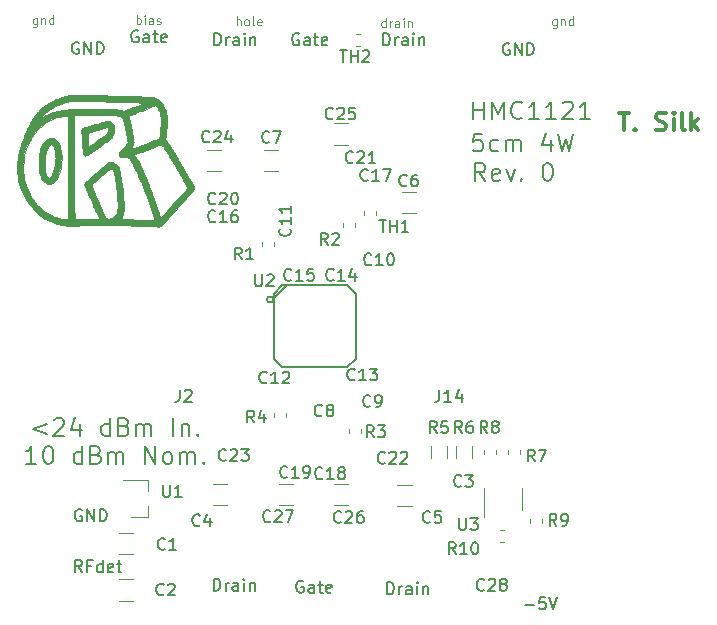
<source format=gto>
G04 #@! TF.GenerationSoftware,KiCad,Pcbnew,(5.1.5)-3*
G04 #@! TF.CreationDate,2020-01-04T12:29:47-06:00*
G04 #@! TF.ProjectId,HMC1121_4W_6CM,484d4331-3132-4315-9f34-575f36434d2e,rev?*
G04 #@! TF.SameCoordinates,Original*
G04 #@! TF.FileFunction,Legend,Top*
G04 #@! TF.FilePolarity,Positive*
%FSLAX46Y46*%
G04 Gerber Fmt 4.6, Leading zero omitted, Abs format (unit mm)*
G04 Created by KiCad (PCBNEW (5.1.5)-3) date 2020-01-04 12:29:47*
%MOMM*%
%LPD*%
G04 APERTURE LIST*
%ADD10C,0.152400*%
%ADD11C,0.150000*%
%ADD12C,0.300000*%
%ADD13C,0.025400*%
%ADD14C,0.120000*%
%ADD15C,0.010000*%
%ADD16C,0.127000*%
G04 APERTURE END LIST*
D10*
X170002628Y-78959971D02*
X169288342Y-78959971D01*
X169216914Y-79674257D01*
X169288342Y-79602828D01*
X169431200Y-79531400D01*
X169788342Y-79531400D01*
X169931200Y-79602828D01*
X170002628Y-79674257D01*
X170074057Y-79817114D01*
X170074057Y-80174257D01*
X170002628Y-80317114D01*
X169931200Y-80388542D01*
X169788342Y-80459971D01*
X169431200Y-80459971D01*
X169288342Y-80388542D01*
X169216914Y-80317114D01*
X171359771Y-80388542D02*
X171216914Y-80459971D01*
X170931200Y-80459971D01*
X170788342Y-80388542D01*
X170716914Y-80317114D01*
X170645485Y-80174257D01*
X170645485Y-79745685D01*
X170716914Y-79602828D01*
X170788342Y-79531400D01*
X170931200Y-79459971D01*
X171216914Y-79459971D01*
X171359771Y-79531400D01*
X172002628Y-80459971D02*
X172002628Y-79459971D01*
X172002628Y-79602828D02*
X172074057Y-79531400D01*
X172216914Y-79459971D01*
X172431200Y-79459971D01*
X172574057Y-79531400D01*
X172645485Y-79674257D01*
X172645485Y-80459971D01*
X172645485Y-79674257D02*
X172716914Y-79531400D01*
X172859771Y-79459971D01*
X173074057Y-79459971D01*
X173216914Y-79531400D01*
X173288342Y-79674257D01*
X173288342Y-80459971D01*
X175788342Y-79459971D02*
X175788342Y-80459971D01*
X175431200Y-78888542D02*
X175074057Y-79959971D01*
X176002628Y-79959971D01*
X176431200Y-78959971D02*
X176788342Y-80459971D01*
X177074057Y-79388542D01*
X177359771Y-80459971D01*
X177716914Y-78959971D01*
X133116571Y-103531771D02*
X131973714Y-103960342D01*
X133116571Y-104388914D01*
X133759428Y-103174628D02*
X133830857Y-103103200D01*
X133973714Y-103031771D01*
X134330857Y-103031771D01*
X134473714Y-103103200D01*
X134545142Y-103174628D01*
X134616571Y-103317485D01*
X134616571Y-103460342D01*
X134545142Y-103674628D01*
X133688000Y-104531771D01*
X134616571Y-104531771D01*
X135902285Y-103531771D02*
X135902285Y-104531771D01*
X135545142Y-102960342D02*
X135188000Y-104031771D01*
X136116571Y-104031771D01*
X138473714Y-104531771D02*
X138473714Y-103031771D01*
X138473714Y-104460342D02*
X138330857Y-104531771D01*
X138045142Y-104531771D01*
X137902285Y-104460342D01*
X137830857Y-104388914D01*
X137759428Y-104246057D01*
X137759428Y-103817485D01*
X137830857Y-103674628D01*
X137902285Y-103603200D01*
X138045142Y-103531771D01*
X138330857Y-103531771D01*
X138473714Y-103603200D01*
X139688000Y-103746057D02*
X139902285Y-103817485D01*
X139973714Y-103888914D01*
X140045142Y-104031771D01*
X140045142Y-104246057D01*
X139973714Y-104388914D01*
X139902285Y-104460342D01*
X139759428Y-104531771D01*
X139188000Y-104531771D01*
X139188000Y-103031771D01*
X139688000Y-103031771D01*
X139830857Y-103103200D01*
X139902285Y-103174628D01*
X139973714Y-103317485D01*
X139973714Y-103460342D01*
X139902285Y-103603200D01*
X139830857Y-103674628D01*
X139688000Y-103746057D01*
X139188000Y-103746057D01*
X140688000Y-104531771D02*
X140688000Y-103531771D01*
X140688000Y-103674628D02*
X140759428Y-103603200D01*
X140902285Y-103531771D01*
X141116571Y-103531771D01*
X141259428Y-103603200D01*
X141330857Y-103746057D01*
X141330857Y-104531771D01*
X141330857Y-103746057D02*
X141402285Y-103603200D01*
X141545142Y-103531771D01*
X141759428Y-103531771D01*
X141902285Y-103603200D01*
X141973714Y-103746057D01*
X141973714Y-104531771D01*
X143830857Y-104531771D02*
X143830857Y-103031771D01*
X144545142Y-103531771D02*
X144545142Y-104531771D01*
X144545142Y-103674628D02*
X144616571Y-103603200D01*
X144759428Y-103531771D01*
X144973714Y-103531771D01*
X145116571Y-103603200D01*
X145188000Y-103746057D01*
X145188000Y-104531771D01*
X145902285Y-104388914D02*
X145973714Y-104460342D01*
X145902285Y-104531771D01*
X145830857Y-104460342D01*
X145902285Y-104388914D01*
X145902285Y-104531771D01*
X132259428Y-106934171D02*
X131402285Y-106934171D01*
X131830857Y-106934171D02*
X131830857Y-105434171D01*
X131688000Y-105648457D01*
X131545142Y-105791314D01*
X131402285Y-105862742D01*
X133188000Y-105434171D02*
X133330857Y-105434171D01*
X133473714Y-105505600D01*
X133545142Y-105577028D01*
X133616571Y-105719885D01*
X133688000Y-106005600D01*
X133688000Y-106362742D01*
X133616571Y-106648457D01*
X133545142Y-106791314D01*
X133473714Y-106862742D01*
X133330857Y-106934171D01*
X133188000Y-106934171D01*
X133045142Y-106862742D01*
X132973714Y-106791314D01*
X132902285Y-106648457D01*
X132830857Y-106362742D01*
X132830857Y-106005600D01*
X132902285Y-105719885D01*
X132973714Y-105577028D01*
X133045142Y-105505600D01*
X133188000Y-105434171D01*
X136116571Y-106934171D02*
X136116571Y-105434171D01*
X136116571Y-106862742D02*
X135973714Y-106934171D01*
X135688000Y-106934171D01*
X135545142Y-106862742D01*
X135473714Y-106791314D01*
X135402285Y-106648457D01*
X135402285Y-106219885D01*
X135473714Y-106077028D01*
X135545142Y-106005600D01*
X135688000Y-105934171D01*
X135973714Y-105934171D01*
X136116571Y-106005600D01*
X137330857Y-106148457D02*
X137545142Y-106219885D01*
X137616571Y-106291314D01*
X137688000Y-106434171D01*
X137688000Y-106648457D01*
X137616571Y-106791314D01*
X137545142Y-106862742D01*
X137402285Y-106934171D01*
X136830857Y-106934171D01*
X136830857Y-105434171D01*
X137330857Y-105434171D01*
X137473714Y-105505600D01*
X137545142Y-105577028D01*
X137616571Y-105719885D01*
X137616571Y-105862742D01*
X137545142Y-106005600D01*
X137473714Y-106077028D01*
X137330857Y-106148457D01*
X136830857Y-106148457D01*
X138330857Y-106934171D02*
X138330857Y-105934171D01*
X138330857Y-106077028D02*
X138402285Y-106005600D01*
X138545142Y-105934171D01*
X138759428Y-105934171D01*
X138902285Y-106005600D01*
X138973714Y-106148457D01*
X138973714Y-106934171D01*
X138973714Y-106148457D02*
X139045142Y-106005600D01*
X139188000Y-105934171D01*
X139402285Y-105934171D01*
X139545142Y-106005600D01*
X139616571Y-106148457D01*
X139616571Y-106934171D01*
X141473714Y-106934171D02*
X141473714Y-105434171D01*
X142330857Y-106934171D01*
X142330857Y-105434171D01*
X143259428Y-106934171D02*
X143116571Y-106862742D01*
X143045142Y-106791314D01*
X142973714Y-106648457D01*
X142973714Y-106219885D01*
X143045142Y-106077028D01*
X143116571Y-106005600D01*
X143259428Y-105934171D01*
X143473714Y-105934171D01*
X143616571Y-106005600D01*
X143688000Y-106077028D01*
X143759428Y-106219885D01*
X143759428Y-106648457D01*
X143688000Y-106791314D01*
X143616571Y-106862742D01*
X143473714Y-106934171D01*
X143259428Y-106934171D01*
X144402285Y-106934171D02*
X144402285Y-105934171D01*
X144402285Y-106077028D02*
X144473714Y-106005600D01*
X144616571Y-105934171D01*
X144830857Y-105934171D01*
X144973714Y-106005600D01*
X145045142Y-106148457D01*
X145045142Y-106934171D01*
X145045142Y-106148457D02*
X145116571Y-106005600D01*
X145259428Y-105934171D01*
X145473714Y-105934171D01*
X145616571Y-106005600D01*
X145688000Y-106148457D01*
X145688000Y-106934171D01*
X146402285Y-106791314D02*
X146473714Y-106862742D01*
X146402285Y-106934171D01*
X146330857Y-106862742D01*
X146402285Y-106791314D01*
X146402285Y-106934171D01*
X135825904Y-71242000D02*
X135729142Y-71193619D01*
X135584000Y-71193619D01*
X135438857Y-71242000D01*
X135342095Y-71338761D01*
X135293714Y-71435523D01*
X135245333Y-71629047D01*
X135245333Y-71774190D01*
X135293714Y-71967714D01*
X135342095Y-72064476D01*
X135438857Y-72161238D01*
X135584000Y-72209619D01*
X135680761Y-72209619D01*
X135825904Y-72161238D01*
X135874285Y-72112857D01*
X135874285Y-71774190D01*
X135680761Y-71774190D01*
X136309714Y-72209619D02*
X136309714Y-71193619D01*
X136890285Y-72209619D01*
X136890285Y-71193619D01*
X137374095Y-72209619D02*
X137374095Y-71193619D01*
X137616000Y-71193619D01*
X137761142Y-71242000D01*
X137857904Y-71338761D01*
X137906285Y-71435523D01*
X137954666Y-71629047D01*
X137954666Y-71774190D01*
X137906285Y-71967714D01*
X137857904Y-72064476D01*
X137761142Y-72161238D01*
X137616000Y-72209619D01*
X137374095Y-72209619D01*
X136081104Y-110794800D02*
X135984342Y-110746419D01*
X135839200Y-110746419D01*
X135694057Y-110794800D01*
X135597295Y-110891561D01*
X135548914Y-110988323D01*
X135500533Y-111181847D01*
X135500533Y-111326990D01*
X135548914Y-111520514D01*
X135597295Y-111617276D01*
X135694057Y-111714038D01*
X135839200Y-111762419D01*
X135935961Y-111762419D01*
X136081104Y-111714038D01*
X136129485Y-111665657D01*
X136129485Y-111326990D01*
X135935961Y-111326990D01*
X136564914Y-111762419D02*
X136564914Y-110746419D01*
X137145485Y-111762419D01*
X137145485Y-110746419D01*
X137629295Y-111762419D02*
X137629295Y-110746419D01*
X137871200Y-110746419D01*
X138016342Y-110794800D01*
X138113104Y-110891561D01*
X138161485Y-110988323D01*
X138209866Y-111181847D01*
X138209866Y-111326990D01*
X138161485Y-111520514D01*
X138113104Y-111617276D01*
X138016342Y-111714038D01*
X137871200Y-111762419D01*
X137629295Y-111762419D01*
X136107714Y-116080419D02*
X135769047Y-115596609D01*
X135527142Y-116080419D02*
X135527142Y-115064419D01*
X135914190Y-115064419D01*
X136010952Y-115112800D01*
X136059333Y-115161180D01*
X136107714Y-115257942D01*
X136107714Y-115403085D01*
X136059333Y-115499847D01*
X136010952Y-115548228D01*
X135914190Y-115596609D01*
X135527142Y-115596609D01*
X136881809Y-115548228D02*
X136543142Y-115548228D01*
X136543142Y-116080419D02*
X136543142Y-115064419D01*
X137026952Y-115064419D01*
X137849428Y-116080419D02*
X137849428Y-115064419D01*
X137849428Y-116032038D02*
X137752666Y-116080419D01*
X137559142Y-116080419D01*
X137462380Y-116032038D01*
X137414000Y-115983657D01*
X137365619Y-115886895D01*
X137365619Y-115596609D01*
X137414000Y-115499847D01*
X137462380Y-115451466D01*
X137559142Y-115403085D01*
X137752666Y-115403085D01*
X137849428Y-115451466D01*
X138720285Y-116032038D02*
X138623523Y-116080419D01*
X138430000Y-116080419D01*
X138333238Y-116032038D01*
X138284857Y-115935276D01*
X138284857Y-115548228D01*
X138333238Y-115451466D01*
X138430000Y-115403085D01*
X138623523Y-115403085D01*
X138720285Y-115451466D01*
X138768666Y-115548228D01*
X138768666Y-115644990D01*
X138284857Y-115741752D01*
X139058952Y-115403085D02*
X139446000Y-115403085D01*
X139204095Y-115064419D02*
X139204095Y-115935276D01*
X139252476Y-116032038D01*
X139349238Y-116080419D01*
X139446000Y-116080419D01*
X154477961Y-70510400D02*
X154381200Y-70462019D01*
X154236057Y-70462019D01*
X154090914Y-70510400D01*
X153994152Y-70607161D01*
X153945771Y-70703923D01*
X153897390Y-70897447D01*
X153897390Y-71042590D01*
X153945771Y-71236114D01*
X153994152Y-71332876D01*
X154090914Y-71429638D01*
X154236057Y-71478019D01*
X154332819Y-71478019D01*
X154477961Y-71429638D01*
X154526342Y-71381257D01*
X154526342Y-71042590D01*
X154332819Y-71042590D01*
X155397200Y-71478019D02*
X155397200Y-70945828D01*
X155348819Y-70849066D01*
X155252057Y-70800685D01*
X155058533Y-70800685D01*
X154961771Y-70849066D01*
X155397200Y-71429638D02*
X155300438Y-71478019D01*
X155058533Y-71478019D01*
X154961771Y-71429638D01*
X154913390Y-71332876D01*
X154913390Y-71236114D01*
X154961771Y-71139352D01*
X155058533Y-71090971D01*
X155300438Y-71090971D01*
X155397200Y-71042590D01*
X155735866Y-70800685D02*
X156122914Y-70800685D01*
X155881009Y-70462019D02*
X155881009Y-71332876D01*
X155929390Y-71429638D01*
X156026152Y-71478019D01*
X156122914Y-71478019D01*
X156848628Y-71429638D02*
X156751866Y-71478019D01*
X156558342Y-71478019D01*
X156461580Y-71429638D01*
X156413200Y-71332876D01*
X156413200Y-70945828D01*
X156461580Y-70849066D01*
X156558342Y-70800685D01*
X156751866Y-70800685D01*
X156848628Y-70849066D01*
X156897009Y-70945828D01*
X156897009Y-71042590D01*
X156413200Y-71139352D01*
X140863561Y-70256400D02*
X140766800Y-70208019D01*
X140621657Y-70208019D01*
X140476514Y-70256400D01*
X140379752Y-70353161D01*
X140331371Y-70449923D01*
X140282990Y-70643447D01*
X140282990Y-70788590D01*
X140331371Y-70982114D01*
X140379752Y-71078876D01*
X140476514Y-71175638D01*
X140621657Y-71224019D01*
X140718419Y-71224019D01*
X140863561Y-71175638D01*
X140911942Y-71127257D01*
X140911942Y-70788590D01*
X140718419Y-70788590D01*
X141782800Y-71224019D02*
X141782800Y-70691828D01*
X141734419Y-70595066D01*
X141637657Y-70546685D01*
X141444133Y-70546685D01*
X141347371Y-70595066D01*
X141782800Y-71175638D02*
X141686038Y-71224019D01*
X141444133Y-71224019D01*
X141347371Y-71175638D01*
X141298990Y-71078876D01*
X141298990Y-70982114D01*
X141347371Y-70885352D01*
X141444133Y-70836971D01*
X141686038Y-70836971D01*
X141782800Y-70788590D01*
X142121466Y-70546685D02*
X142508514Y-70546685D01*
X142266609Y-70208019D02*
X142266609Y-71078876D01*
X142314990Y-71175638D01*
X142411752Y-71224019D01*
X142508514Y-71224019D01*
X143234228Y-71175638D02*
X143137466Y-71224019D01*
X142943942Y-71224019D01*
X142847180Y-71175638D01*
X142798800Y-71078876D01*
X142798800Y-70691828D01*
X142847180Y-70595066D01*
X142943942Y-70546685D01*
X143137466Y-70546685D01*
X143234228Y-70595066D01*
X143282609Y-70691828D01*
X143282609Y-70788590D01*
X142798800Y-70885352D01*
X154833561Y-116840000D02*
X154736800Y-116791619D01*
X154591657Y-116791619D01*
X154446514Y-116840000D01*
X154349752Y-116936761D01*
X154301371Y-117033523D01*
X154252990Y-117227047D01*
X154252990Y-117372190D01*
X154301371Y-117565714D01*
X154349752Y-117662476D01*
X154446514Y-117759238D01*
X154591657Y-117807619D01*
X154688419Y-117807619D01*
X154833561Y-117759238D01*
X154881942Y-117710857D01*
X154881942Y-117372190D01*
X154688419Y-117372190D01*
X155752800Y-117807619D02*
X155752800Y-117275428D01*
X155704419Y-117178666D01*
X155607657Y-117130285D01*
X155414133Y-117130285D01*
X155317371Y-117178666D01*
X155752800Y-117759238D02*
X155656038Y-117807619D01*
X155414133Y-117807619D01*
X155317371Y-117759238D01*
X155268990Y-117662476D01*
X155268990Y-117565714D01*
X155317371Y-117468952D01*
X155414133Y-117420571D01*
X155656038Y-117420571D01*
X155752800Y-117372190D01*
X156091466Y-117130285D02*
X156478514Y-117130285D01*
X156236609Y-116791619D02*
X156236609Y-117662476D01*
X156284990Y-117759238D01*
X156381752Y-117807619D01*
X156478514Y-117807619D01*
X157204228Y-117759238D02*
X157107466Y-117807619D01*
X156913942Y-117807619D01*
X156817180Y-117759238D01*
X156768800Y-117662476D01*
X156768800Y-117275428D01*
X156817180Y-117178666D01*
X156913942Y-117130285D01*
X157107466Y-117130285D01*
X157204228Y-117178666D01*
X157252609Y-117275428D01*
X157252609Y-117372190D01*
X156768800Y-117468952D01*
X161935885Y-117960019D02*
X161935885Y-116944019D01*
X162177790Y-116944019D01*
X162322933Y-116992400D01*
X162419695Y-117089161D01*
X162468076Y-117185923D01*
X162516457Y-117379447D01*
X162516457Y-117524590D01*
X162468076Y-117718114D01*
X162419695Y-117814876D01*
X162322933Y-117911638D01*
X162177790Y-117960019D01*
X161935885Y-117960019D01*
X162951885Y-117960019D02*
X162951885Y-117282685D01*
X162951885Y-117476209D02*
X163000266Y-117379447D01*
X163048647Y-117331066D01*
X163145409Y-117282685D01*
X163242171Y-117282685D01*
X164016266Y-117960019D02*
X164016266Y-117427828D01*
X163967885Y-117331066D01*
X163871123Y-117282685D01*
X163677600Y-117282685D01*
X163580838Y-117331066D01*
X164016266Y-117911638D02*
X163919504Y-117960019D01*
X163677600Y-117960019D01*
X163580838Y-117911638D01*
X163532457Y-117814876D01*
X163532457Y-117718114D01*
X163580838Y-117621352D01*
X163677600Y-117572971D01*
X163919504Y-117572971D01*
X164016266Y-117524590D01*
X164500076Y-117960019D02*
X164500076Y-117282685D01*
X164500076Y-116944019D02*
X164451695Y-116992400D01*
X164500076Y-117040780D01*
X164548457Y-116992400D01*
X164500076Y-116944019D01*
X164500076Y-117040780D01*
X164983885Y-117282685D02*
X164983885Y-117960019D01*
X164983885Y-117379447D02*
X165032266Y-117331066D01*
X165129028Y-117282685D01*
X165274171Y-117282685D01*
X165370933Y-117331066D01*
X165419314Y-117427828D01*
X165419314Y-117960019D01*
X147254685Y-117655219D02*
X147254685Y-116639219D01*
X147496590Y-116639219D01*
X147641733Y-116687600D01*
X147738495Y-116784361D01*
X147786876Y-116881123D01*
X147835257Y-117074647D01*
X147835257Y-117219790D01*
X147786876Y-117413314D01*
X147738495Y-117510076D01*
X147641733Y-117606838D01*
X147496590Y-117655219D01*
X147254685Y-117655219D01*
X148270685Y-117655219D02*
X148270685Y-116977885D01*
X148270685Y-117171409D02*
X148319066Y-117074647D01*
X148367447Y-117026266D01*
X148464209Y-116977885D01*
X148560971Y-116977885D01*
X149335066Y-117655219D02*
X149335066Y-117123028D01*
X149286685Y-117026266D01*
X149189923Y-116977885D01*
X148996400Y-116977885D01*
X148899638Y-117026266D01*
X149335066Y-117606838D02*
X149238304Y-117655219D01*
X148996400Y-117655219D01*
X148899638Y-117606838D01*
X148851257Y-117510076D01*
X148851257Y-117413314D01*
X148899638Y-117316552D01*
X148996400Y-117268171D01*
X149238304Y-117268171D01*
X149335066Y-117219790D01*
X149818876Y-117655219D02*
X149818876Y-116977885D01*
X149818876Y-116639219D02*
X149770495Y-116687600D01*
X149818876Y-116735980D01*
X149867257Y-116687600D01*
X149818876Y-116639219D01*
X149818876Y-116735980D01*
X150302685Y-116977885D02*
X150302685Y-117655219D01*
X150302685Y-117074647D02*
X150351066Y-117026266D01*
X150447828Y-116977885D01*
X150592971Y-116977885D01*
X150689733Y-117026266D01*
X150738114Y-117123028D01*
X150738114Y-117655219D01*
X147308285Y-71459619D02*
X147308285Y-70443619D01*
X147550190Y-70443619D01*
X147695333Y-70492000D01*
X147792095Y-70588761D01*
X147840476Y-70685523D01*
X147888857Y-70879047D01*
X147888857Y-71024190D01*
X147840476Y-71217714D01*
X147792095Y-71314476D01*
X147695333Y-71411238D01*
X147550190Y-71459619D01*
X147308285Y-71459619D01*
X148324285Y-71459619D02*
X148324285Y-70782285D01*
X148324285Y-70975809D02*
X148372666Y-70879047D01*
X148421047Y-70830666D01*
X148517809Y-70782285D01*
X148614571Y-70782285D01*
X149388666Y-71459619D02*
X149388666Y-70927428D01*
X149340285Y-70830666D01*
X149243523Y-70782285D01*
X149050000Y-70782285D01*
X148953238Y-70830666D01*
X149388666Y-71411238D02*
X149291904Y-71459619D01*
X149050000Y-71459619D01*
X148953238Y-71411238D01*
X148904857Y-71314476D01*
X148904857Y-71217714D01*
X148953238Y-71120952D01*
X149050000Y-71072571D01*
X149291904Y-71072571D01*
X149388666Y-71024190D01*
X149872476Y-71459619D02*
X149872476Y-70782285D01*
X149872476Y-70443619D02*
X149824095Y-70492000D01*
X149872476Y-70540380D01*
X149920857Y-70492000D01*
X149872476Y-70443619D01*
X149872476Y-70540380D01*
X150356285Y-70782285D02*
X150356285Y-71459619D01*
X150356285Y-70879047D02*
X150404666Y-70830666D01*
X150501428Y-70782285D01*
X150646571Y-70782285D01*
X150743333Y-70830666D01*
X150791714Y-70927428D01*
X150791714Y-71459619D01*
X161605685Y-71478019D02*
X161605685Y-70462019D01*
X161847590Y-70462019D01*
X161992733Y-70510400D01*
X162089495Y-70607161D01*
X162137876Y-70703923D01*
X162186257Y-70897447D01*
X162186257Y-71042590D01*
X162137876Y-71236114D01*
X162089495Y-71332876D01*
X161992733Y-71429638D01*
X161847590Y-71478019D01*
X161605685Y-71478019D01*
X162621685Y-71478019D02*
X162621685Y-70800685D01*
X162621685Y-70994209D02*
X162670066Y-70897447D01*
X162718447Y-70849066D01*
X162815209Y-70800685D01*
X162911971Y-70800685D01*
X163686066Y-71478019D02*
X163686066Y-70945828D01*
X163637685Y-70849066D01*
X163540923Y-70800685D01*
X163347400Y-70800685D01*
X163250638Y-70849066D01*
X163686066Y-71429638D02*
X163589304Y-71478019D01*
X163347400Y-71478019D01*
X163250638Y-71429638D01*
X163202257Y-71332876D01*
X163202257Y-71236114D01*
X163250638Y-71139352D01*
X163347400Y-71090971D01*
X163589304Y-71090971D01*
X163686066Y-71042590D01*
X164169876Y-71478019D02*
X164169876Y-70800685D01*
X164169876Y-70462019D02*
X164121495Y-70510400D01*
X164169876Y-70558780D01*
X164218257Y-70510400D01*
X164169876Y-70462019D01*
X164169876Y-70558780D01*
X164653685Y-70800685D02*
X164653685Y-71478019D01*
X164653685Y-70897447D02*
X164702066Y-70849066D01*
X164798828Y-70800685D01*
X164943971Y-70800685D01*
X165040733Y-70849066D01*
X165089114Y-70945828D01*
X165089114Y-71478019D01*
D11*
X172288095Y-71350000D02*
X172192857Y-71302380D01*
X172050000Y-71302380D01*
X171907142Y-71350000D01*
X171811904Y-71445238D01*
X171764285Y-71540476D01*
X171716666Y-71730952D01*
X171716666Y-71873809D01*
X171764285Y-72064285D01*
X171811904Y-72159523D01*
X171907142Y-72254761D01*
X172050000Y-72302380D01*
X172145238Y-72302380D01*
X172288095Y-72254761D01*
X172335714Y-72207142D01*
X172335714Y-71873809D01*
X172145238Y-71873809D01*
X172764285Y-72302380D02*
X172764285Y-71302380D01*
X173335714Y-72302380D01*
X173335714Y-71302380D01*
X173811904Y-72302380D02*
X173811904Y-71302380D01*
X174050000Y-71302380D01*
X174192857Y-71350000D01*
X174288095Y-71445238D01*
X174335714Y-71540476D01*
X174383333Y-71730952D01*
X174383333Y-71873809D01*
X174335714Y-72064285D01*
X174288095Y-72159523D01*
X174192857Y-72254761D01*
X174050000Y-72302380D01*
X173811904Y-72302380D01*
X173618685Y-118841828D02*
X174380590Y-118841828D01*
X175332971Y-118222780D02*
X174856780Y-118222780D01*
X174809161Y-118698971D01*
X174856780Y-118651352D01*
X174952019Y-118603733D01*
X175190114Y-118603733D01*
X175285352Y-118651352D01*
X175332971Y-118698971D01*
X175380590Y-118794209D01*
X175380590Y-119032304D01*
X175332971Y-119127542D01*
X175285352Y-119175161D01*
X175190114Y-119222780D01*
X174952019Y-119222780D01*
X174856780Y-119175161D01*
X174809161Y-119127542D01*
X175666304Y-118222780D02*
X175999638Y-119222780D01*
X176332971Y-118222780D01*
D12*
X181571428Y-77178571D02*
X182428571Y-77178571D01*
X182000000Y-78678571D02*
X182000000Y-77178571D01*
X182928571Y-78535714D02*
X183000000Y-78607142D01*
X182928571Y-78678571D01*
X182857142Y-78607142D01*
X182928571Y-78535714D01*
X182928571Y-78678571D01*
X184714285Y-78607142D02*
X184928571Y-78678571D01*
X185285714Y-78678571D01*
X185428571Y-78607142D01*
X185500000Y-78535714D01*
X185571428Y-78392857D01*
X185571428Y-78250000D01*
X185500000Y-78107142D01*
X185428571Y-78035714D01*
X185285714Y-77964285D01*
X185000000Y-77892857D01*
X184857142Y-77821428D01*
X184785714Y-77750000D01*
X184714285Y-77607142D01*
X184714285Y-77464285D01*
X184785714Y-77321428D01*
X184857142Y-77250000D01*
X185000000Y-77178571D01*
X185357142Y-77178571D01*
X185571428Y-77250000D01*
X186214285Y-78678571D02*
X186214285Y-77678571D01*
X186214285Y-77178571D02*
X186142857Y-77250000D01*
X186214285Y-77321428D01*
X186285714Y-77250000D01*
X186214285Y-77178571D01*
X186214285Y-77321428D01*
X187142857Y-78678571D02*
X187000000Y-78607142D01*
X186928571Y-78464285D01*
X186928571Y-77178571D01*
X187714285Y-78678571D02*
X187714285Y-77178571D01*
X187857142Y-78107142D02*
X188285714Y-78678571D01*
X188285714Y-77678571D02*
X187714285Y-78250000D01*
D10*
X169249542Y-77742171D02*
X169249542Y-76242171D01*
X169249542Y-76956457D02*
X170106685Y-76956457D01*
X170106685Y-77742171D02*
X170106685Y-76242171D01*
X170820971Y-77742171D02*
X170820971Y-76242171D01*
X171320971Y-77313600D01*
X171820971Y-76242171D01*
X171820971Y-77742171D01*
X173392400Y-77599314D02*
X173320971Y-77670742D01*
X173106685Y-77742171D01*
X172963828Y-77742171D01*
X172749542Y-77670742D01*
X172606685Y-77527885D01*
X172535257Y-77385028D01*
X172463828Y-77099314D01*
X172463828Y-76885028D01*
X172535257Y-76599314D01*
X172606685Y-76456457D01*
X172749542Y-76313600D01*
X172963828Y-76242171D01*
X173106685Y-76242171D01*
X173320971Y-76313600D01*
X173392400Y-76385028D01*
X174820971Y-77742171D02*
X173963828Y-77742171D01*
X174392400Y-77742171D02*
X174392400Y-76242171D01*
X174249542Y-76456457D01*
X174106685Y-76599314D01*
X173963828Y-76670742D01*
X176249542Y-77742171D02*
X175392400Y-77742171D01*
X175820971Y-77742171D02*
X175820971Y-76242171D01*
X175678114Y-76456457D01*
X175535257Y-76599314D01*
X175392400Y-76670742D01*
X176820971Y-76385028D02*
X176892400Y-76313600D01*
X177035257Y-76242171D01*
X177392400Y-76242171D01*
X177535257Y-76313600D01*
X177606685Y-76385028D01*
X177678114Y-76527885D01*
X177678114Y-76670742D01*
X177606685Y-76885028D01*
X176749542Y-77742171D01*
X177678114Y-77742171D01*
X179106685Y-77742171D02*
X178249542Y-77742171D01*
X178678114Y-77742171D02*
X178678114Y-76242171D01*
X178535257Y-76456457D01*
X178392400Y-76599314D01*
X178249542Y-76670742D01*
X170250942Y-82949171D02*
X169750942Y-82234885D01*
X169393800Y-82949171D02*
X169393800Y-81449171D01*
X169965228Y-81449171D01*
X170108085Y-81520600D01*
X170179514Y-81592028D01*
X170250942Y-81734885D01*
X170250942Y-81949171D01*
X170179514Y-82092028D01*
X170108085Y-82163457D01*
X169965228Y-82234885D01*
X169393800Y-82234885D01*
X171465228Y-82877742D02*
X171322371Y-82949171D01*
X171036657Y-82949171D01*
X170893800Y-82877742D01*
X170822371Y-82734885D01*
X170822371Y-82163457D01*
X170893800Y-82020600D01*
X171036657Y-81949171D01*
X171322371Y-81949171D01*
X171465228Y-82020600D01*
X171536657Y-82163457D01*
X171536657Y-82306314D01*
X170822371Y-82449171D01*
X172036657Y-81949171D02*
X172393800Y-82949171D01*
X172750942Y-81949171D01*
X173322371Y-82806314D02*
X173393800Y-82877742D01*
X173322371Y-82949171D01*
X173250942Y-82877742D01*
X173322371Y-82806314D01*
X173322371Y-82949171D01*
X175465228Y-81449171D02*
X175608085Y-81449171D01*
X175750942Y-81520600D01*
X175822371Y-81592028D01*
X175893800Y-81734885D01*
X175965228Y-82020600D01*
X175965228Y-82377742D01*
X175893800Y-82663457D01*
X175822371Y-82806314D01*
X175750942Y-82877742D01*
X175608085Y-82949171D01*
X175465228Y-82949171D01*
X175322371Y-82877742D01*
X175250942Y-82806314D01*
X175179514Y-82663457D01*
X175108085Y-82377742D01*
X175108085Y-82020600D01*
X175179514Y-81734885D01*
X175250942Y-81592028D01*
X175322371Y-81520600D01*
X175465228Y-81449171D01*
D13*
X149206857Y-69788314D02*
X149206857Y-69026314D01*
X149533428Y-69788314D02*
X149533428Y-69389171D01*
X149497142Y-69316600D01*
X149424571Y-69280314D01*
X149315714Y-69280314D01*
X149243142Y-69316600D01*
X149206857Y-69352885D01*
X150005142Y-69788314D02*
X149932571Y-69752028D01*
X149896285Y-69715742D01*
X149860000Y-69643171D01*
X149860000Y-69425457D01*
X149896285Y-69352885D01*
X149932571Y-69316600D01*
X150005142Y-69280314D01*
X150114000Y-69280314D01*
X150186571Y-69316600D01*
X150222857Y-69352885D01*
X150259142Y-69425457D01*
X150259142Y-69643171D01*
X150222857Y-69715742D01*
X150186571Y-69752028D01*
X150114000Y-69788314D01*
X150005142Y-69788314D01*
X150694571Y-69788314D02*
X150622000Y-69752028D01*
X150585714Y-69679457D01*
X150585714Y-69026314D01*
X151275142Y-69752028D02*
X151202571Y-69788314D01*
X151057428Y-69788314D01*
X150984857Y-69752028D01*
X150948571Y-69679457D01*
X150948571Y-69389171D01*
X150984857Y-69316600D01*
X151057428Y-69280314D01*
X151202571Y-69280314D01*
X151275142Y-69316600D01*
X151311428Y-69389171D01*
X151311428Y-69461742D01*
X150948571Y-69534314D01*
X176308657Y-69280314D02*
X176308657Y-69897171D01*
X176272371Y-69969742D01*
X176236085Y-70006028D01*
X176163514Y-70042314D01*
X176054657Y-70042314D01*
X175982085Y-70006028D01*
X176308657Y-69752028D02*
X176236085Y-69788314D01*
X176090942Y-69788314D01*
X176018371Y-69752028D01*
X175982085Y-69715742D01*
X175945800Y-69643171D01*
X175945800Y-69425457D01*
X175982085Y-69352885D01*
X176018371Y-69316600D01*
X176090942Y-69280314D01*
X176236085Y-69280314D01*
X176308657Y-69316600D01*
X176671514Y-69280314D02*
X176671514Y-69788314D01*
X176671514Y-69352885D02*
X176707800Y-69316600D01*
X176780371Y-69280314D01*
X176889228Y-69280314D01*
X176961800Y-69316600D01*
X176998085Y-69389171D01*
X176998085Y-69788314D01*
X177687514Y-69788314D02*
X177687514Y-69026314D01*
X177687514Y-69752028D02*
X177614942Y-69788314D01*
X177469800Y-69788314D01*
X177397228Y-69752028D01*
X177360942Y-69715742D01*
X177324657Y-69643171D01*
X177324657Y-69425457D01*
X177360942Y-69352885D01*
X177397228Y-69316600D01*
X177469800Y-69280314D01*
X177614942Y-69280314D01*
X177687514Y-69316600D01*
X161819771Y-69940714D02*
X161819771Y-69178714D01*
X161819771Y-69904428D02*
X161747200Y-69940714D01*
X161602057Y-69940714D01*
X161529485Y-69904428D01*
X161493200Y-69868142D01*
X161456914Y-69795571D01*
X161456914Y-69577857D01*
X161493200Y-69505285D01*
X161529485Y-69469000D01*
X161602057Y-69432714D01*
X161747200Y-69432714D01*
X161819771Y-69469000D01*
X162182628Y-69940714D02*
X162182628Y-69432714D01*
X162182628Y-69577857D02*
X162218914Y-69505285D01*
X162255200Y-69469000D01*
X162327771Y-69432714D01*
X162400342Y-69432714D01*
X162980914Y-69940714D02*
X162980914Y-69541571D01*
X162944628Y-69469000D01*
X162872057Y-69432714D01*
X162726914Y-69432714D01*
X162654342Y-69469000D01*
X162980914Y-69904428D02*
X162908342Y-69940714D01*
X162726914Y-69940714D01*
X162654342Y-69904428D01*
X162618057Y-69831857D01*
X162618057Y-69759285D01*
X162654342Y-69686714D01*
X162726914Y-69650428D01*
X162908342Y-69650428D01*
X162980914Y-69614142D01*
X163343771Y-69940714D02*
X163343771Y-69432714D01*
X163343771Y-69178714D02*
X163307485Y-69215000D01*
X163343771Y-69251285D01*
X163380057Y-69215000D01*
X163343771Y-69178714D01*
X163343771Y-69251285D01*
X163706628Y-69432714D02*
X163706628Y-69940714D01*
X163706628Y-69505285D02*
X163742914Y-69469000D01*
X163815485Y-69432714D01*
X163924342Y-69432714D01*
X163996914Y-69469000D01*
X164033200Y-69541571D01*
X164033200Y-69940714D01*
X140734142Y-69686714D02*
X140734142Y-68924714D01*
X140734142Y-69215000D02*
X140806714Y-69178714D01*
X140951857Y-69178714D01*
X141024428Y-69215000D01*
X141060714Y-69251285D01*
X141097000Y-69323857D01*
X141097000Y-69541571D01*
X141060714Y-69614142D01*
X141024428Y-69650428D01*
X140951857Y-69686714D01*
X140806714Y-69686714D01*
X140734142Y-69650428D01*
X141423571Y-69686714D02*
X141423571Y-69178714D01*
X141423571Y-68924714D02*
X141387285Y-68961000D01*
X141423571Y-68997285D01*
X141459857Y-68961000D01*
X141423571Y-68924714D01*
X141423571Y-68997285D01*
X142113000Y-69686714D02*
X142113000Y-69287571D01*
X142076714Y-69215000D01*
X142004142Y-69178714D01*
X141859000Y-69178714D01*
X141786428Y-69215000D01*
X142113000Y-69650428D02*
X142040428Y-69686714D01*
X141859000Y-69686714D01*
X141786428Y-69650428D01*
X141750142Y-69577857D01*
X141750142Y-69505285D01*
X141786428Y-69432714D01*
X141859000Y-69396428D01*
X142040428Y-69396428D01*
X142113000Y-69360142D01*
X142439571Y-69650428D02*
X142512142Y-69686714D01*
X142657285Y-69686714D01*
X142729857Y-69650428D01*
X142766142Y-69577857D01*
X142766142Y-69541571D01*
X142729857Y-69469000D01*
X142657285Y-69432714D01*
X142548428Y-69432714D01*
X142475857Y-69396428D01*
X142439571Y-69323857D01*
X142439571Y-69287571D01*
X142475857Y-69215000D01*
X142548428Y-69178714D01*
X142657285Y-69178714D01*
X142729857Y-69215000D01*
X132315857Y-69178714D02*
X132315857Y-69795571D01*
X132279571Y-69868142D01*
X132243285Y-69904428D01*
X132170714Y-69940714D01*
X132061857Y-69940714D01*
X131989285Y-69904428D01*
X132315857Y-69650428D02*
X132243285Y-69686714D01*
X132098142Y-69686714D01*
X132025571Y-69650428D01*
X131989285Y-69614142D01*
X131953000Y-69541571D01*
X131953000Y-69323857D01*
X131989285Y-69251285D01*
X132025571Y-69215000D01*
X132098142Y-69178714D01*
X132243285Y-69178714D01*
X132315857Y-69215000D01*
X132678714Y-69178714D02*
X132678714Y-69686714D01*
X132678714Y-69251285D02*
X132715000Y-69215000D01*
X132787571Y-69178714D01*
X132896428Y-69178714D01*
X132969000Y-69215000D01*
X133005285Y-69287571D01*
X133005285Y-69686714D01*
X133694714Y-69686714D02*
X133694714Y-68924714D01*
X133694714Y-69650428D02*
X133622142Y-69686714D01*
X133477000Y-69686714D01*
X133404428Y-69650428D01*
X133368142Y-69614142D01*
X133331857Y-69541571D01*
X133331857Y-69323857D01*
X133368142Y-69251285D01*
X133404428Y-69215000D01*
X133477000Y-69178714D01*
X133622142Y-69178714D01*
X133694714Y-69215000D01*
D14*
X170144800Y-108980400D02*
X170144800Y-111430400D01*
X173364800Y-110780400D02*
X173364800Y-108980400D01*
X141704600Y-111435000D02*
X140244600Y-111435000D01*
X141704600Y-108275000D02*
X139544600Y-108275000D01*
X141704600Y-108275000D02*
X141704600Y-109205000D01*
X141704600Y-111435000D02*
X141704600Y-110505000D01*
X159623979Y-70508400D02*
X159298421Y-70508400D01*
X159623979Y-71528400D02*
X159298421Y-71528400D01*
X171862779Y-112520000D02*
X171537221Y-112520000D01*
X171862779Y-113540000D02*
X171537221Y-113540000D01*
X174038800Y-111597221D02*
X174038800Y-111922779D01*
X175058800Y-111597221D02*
X175058800Y-111922779D01*
X171147200Y-106068779D02*
X171147200Y-105743221D01*
X170127200Y-106068779D02*
X170127200Y-105743221D01*
X173230000Y-106080779D02*
X173230000Y-105755221D01*
X172210000Y-106080779D02*
X172210000Y-105755221D01*
D11*
X159329120Y-92499180D02*
X159329120Y-98000820D01*
X158579820Y-91749880D02*
X159329120Y-92499180D01*
X158579820Y-98750120D02*
X159329120Y-98000820D01*
X152328880Y-92499180D02*
X153078180Y-91749880D01*
X153078180Y-91749880D02*
X158579820Y-91749880D01*
X153078180Y-98750120D02*
X152328880Y-98000820D01*
X158579820Y-98750120D02*
X153078180Y-98750120D01*
X152280620Y-92999560D02*
G75*
G03X152280620Y-92999560I-251460J0D01*
G01*
X152328880Y-98000820D02*
X152328880Y-92499180D01*
X152328880Y-92849700D02*
X153428700Y-91749880D01*
D14*
X152763136Y-110434800D02*
X153967264Y-110434800D01*
X152763136Y-108614800D02*
X153967264Y-108614800D01*
X158640864Y-108614800D02*
X157436736Y-108614800D01*
X158640864Y-110434800D02*
X157436736Y-110434800D01*
X157436736Y-79904000D02*
X158640864Y-79904000D01*
X157436736Y-78084000D02*
X158640864Y-78084000D01*
X147922064Y-80319200D02*
X146717936Y-80319200D01*
X147922064Y-82139200D02*
X146717936Y-82139200D01*
X152697264Y-80319200D02*
X151493136Y-80319200D01*
X152697264Y-82139200D02*
X151493136Y-82139200D01*
X163177136Y-85695200D02*
X164381264Y-85695200D01*
X163177136Y-83875200D02*
X164381264Y-83875200D01*
X162821536Y-110485600D02*
X164025664Y-110485600D01*
X162821536Y-108665600D02*
X164025664Y-108665600D01*
X148379264Y-108614800D02*
X147175136Y-108614800D01*
X148379264Y-110434800D02*
X147175136Y-110434800D01*
X140427664Y-116692000D02*
X139223536Y-116692000D01*
X140427664Y-118512000D02*
X139223536Y-118512000D01*
X140427664Y-112755000D02*
X139223536Y-112755000D01*
X140427664Y-114575000D02*
X139223536Y-114575000D01*
X160987200Y-85862379D02*
X160987200Y-85536821D01*
X159967200Y-85862379D02*
X159967200Y-85536821D01*
X153418000Y-102931179D02*
X153418000Y-102605621D01*
X152398000Y-102931179D02*
X152398000Y-102605621D01*
X159710000Y-104262779D02*
X159710000Y-103937221D01*
X158690000Y-104262779D02*
X158690000Y-103937221D01*
X158240000Y-86552821D02*
X158240000Y-86878379D01*
X159260000Y-86552821D02*
X159260000Y-86878379D01*
X151382000Y-88102321D02*
X151382000Y-88427879D01*
X152402000Y-88102321D02*
X152402000Y-88427879D01*
D15*
G36*
X133587402Y-79308201D02*
G01*
X133706690Y-79341267D01*
X133817687Y-79397723D01*
X133920002Y-79476819D01*
X134013243Y-79577805D01*
X134097019Y-79699931D01*
X134170941Y-79842448D01*
X134234617Y-80004604D01*
X134287656Y-80185650D01*
X134329667Y-80384837D01*
X134360260Y-80601414D01*
X134378595Y-80826287D01*
X134384073Y-81087776D01*
X134372625Y-81351594D01*
X134344927Y-81613483D01*
X134301650Y-81869186D01*
X134243467Y-82114445D01*
X134171052Y-82345004D01*
X134116133Y-82486237D01*
X134058249Y-82608696D01*
X133990229Y-82728085D01*
X133915099Y-82840328D01*
X133835881Y-82941346D01*
X133755598Y-83027065D01*
X133677274Y-83093406D01*
X133654127Y-83109231D01*
X133565471Y-83156476D01*
X133468928Y-83191323D01*
X133370795Y-83212475D01*
X133277369Y-83218637D01*
X133194946Y-83208512D01*
X133184900Y-83205796D01*
X133059940Y-83156770D01*
X132946201Y-83085745D01*
X132843557Y-82992543D01*
X132751881Y-82876988D01*
X132671047Y-82738900D01*
X132600927Y-82578105D01*
X132541396Y-82394423D01*
X132506770Y-82255782D01*
X132481281Y-82132905D01*
X132461796Y-82016759D01*
X132447686Y-81900968D01*
X132438324Y-81779158D01*
X132433082Y-81644953D01*
X132431332Y-81491979D01*
X132431329Y-81489550D01*
X132431912Y-81467528D01*
X132943190Y-81467528D01*
X132948756Y-81658719D01*
X132963724Y-81847400D01*
X132987679Y-82027428D01*
X133020211Y-82192655D01*
X133040265Y-82270281D01*
X133070027Y-82361188D01*
X133105817Y-82447790D01*
X133145598Y-82526822D01*
X133187330Y-82595017D01*
X133228976Y-82649112D01*
X133268497Y-82685842D01*
X133303854Y-82701942D01*
X133310058Y-82702400D01*
X133335343Y-82695561D01*
X133368469Y-82678616D01*
X133376373Y-82673537D01*
X133434506Y-82623081D01*
X133494043Y-82550254D01*
X133553293Y-82457896D01*
X133610567Y-82348845D01*
X133664173Y-82225941D01*
X133699400Y-82130900D01*
X133759761Y-81929286D01*
X133807061Y-81714813D01*
X133841164Y-81491720D01*
X133861936Y-81264247D01*
X133869241Y-81036635D01*
X133862944Y-80813123D01*
X133842912Y-80597951D01*
X133809008Y-80395360D01*
X133761098Y-80209588D01*
X133760595Y-80207981D01*
X133725531Y-80110424D01*
X133685180Y-80022376D01*
X133641489Y-79946661D01*
X133596402Y-79886104D01*
X133551866Y-79843529D01*
X133509825Y-79821760D01*
X133492997Y-79819500D01*
X133470166Y-79824718D01*
X133442381Y-79842328D01*
X133405653Y-79875261D01*
X133375558Y-79905787D01*
X133297599Y-80002153D01*
X133225543Y-80121743D01*
X133159945Y-80262952D01*
X133101361Y-80424173D01*
X133050347Y-80603799D01*
X133007457Y-80800224D01*
X132973247Y-81011843D01*
X132961908Y-81102200D01*
X132947436Y-81279973D01*
X132943190Y-81467528D01*
X132431912Y-81467528D01*
X132438132Y-81232978D01*
X132458711Y-80984218D01*
X132492518Y-80745093D01*
X132539002Y-80517427D01*
X132597612Y-80303041D01*
X132667800Y-80103758D01*
X132749015Y-79921401D01*
X132840708Y-79757794D01*
X132942328Y-79614758D01*
X133024985Y-79521817D01*
X133122111Y-79437802D01*
X133227495Y-79372718D01*
X133337677Y-79327879D01*
X133449194Y-79304602D01*
X133558583Y-79304200D01*
X133587402Y-79308201D01*
G37*
X133587402Y-79308201D02*
X133706690Y-79341267D01*
X133817687Y-79397723D01*
X133920002Y-79476819D01*
X134013243Y-79577805D01*
X134097019Y-79699931D01*
X134170941Y-79842448D01*
X134234617Y-80004604D01*
X134287656Y-80185650D01*
X134329667Y-80384837D01*
X134360260Y-80601414D01*
X134378595Y-80826287D01*
X134384073Y-81087776D01*
X134372625Y-81351594D01*
X134344927Y-81613483D01*
X134301650Y-81869186D01*
X134243467Y-82114445D01*
X134171052Y-82345004D01*
X134116133Y-82486237D01*
X134058249Y-82608696D01*
X133990229Y-82728085D01*
X133915099Y-82840328D01*
X133835881Y-82941346D01*
X133755598Y-83027065D01*
X133677274Y-83093406D01*
X133654127Y-83109231D01*
X133565471Y-83156476D01*
X133468928Y-83191323D01*
X133370795Y-83212475D01*
X133277369Y-83218637D01*
X133194946Y-83208512D01*
X133184900Y-83205796D01*
X133059940Y-83156770D01*
X132946201Y-83085745D01*
X132843557Y-82992543D01*
X132751881Y-82876988D01*
X132671047Y-82738900D01*
X132600927Y-82578105D01*
X132541396Y-82394423D01*
X132506770Y-82255782D01*
X132481281Y-82132905D01*
X132461796Y-82016759D01*
X132447686Y-81900968D01*
X132438324Y-81779158D01*
X132433082Y-81644953D01*
X132431332Y-81491979D01*
X132431329Y-81489550D01*
X132431912Y-81467528D01*
X132943190Y-81467528D01*
X132948756Y-81658719D01*
X132963724Y-81847400D01*
X132987679Y-82027428D01*
X133020211Y-82192655D01*
X133040265Y-82270281D01*
X133070027Y-82361188D01*
X133105817Y-82447790D01*
X133145598Y-82526822D01*
X133187330Y-82595017D01*
X133228976Y-82649112D01*
X133268497Y-82685842D01*
X133303854Y-82701942D01*
X133310058Y-82702400D01*
X133335343Y-82695561D01*
X133368469Y-82678616D01*
X133376373Y-82673537D01*
X133434506Y-82623081D01*
X133494043Y-82550254D01*
X133553293Y-82457896D01*
X133610567Y-82348845D01*
X133664173Y-82225941D01*
X133699400Y-82130900D01*
X133759761Y-81929286D01*
X133807061Y-81714813D01*
X133841164Y-81491720D01*
X133861936Y-81264247D01*
X133869241Y-81036635D01*
X133862944Y-80813123D01*
X133842912Y-80597951D01*
X133809008Y-80395360D01*
X133761098Y-80209588D01*
X133760595Y-80207981D01*
X133725531Y-80110424D01*
X133685180Y-80022376D01*
X133641489Y-79946661D01*
X133596402Y-79886104D01*
X133551866Y-79843529D01*
X133509825Y-79821760D01*
X133492997Y-79819500D01*
X133470166Y-79824718D01*
X133442381Y-79842328D01*
X133405653Y-79875261D01*
X133375558Y-79905787D01*
X133297599Y-80002153D01*
X133225543Y-80121743D01*
X133159945Y-80262952D01*
X133101361Y-80424173D01*
X133050347Y-80603799D01*
X133007457Y-80800224D01*
X132973247Y-81011843D01*
X132961908Y-81102200D01*
X132947436Y-81279973D01*
X132943190Y-81467528D01*
X132431912Y-81467528D01*
X132438132Y-81232978D01*
X132458711Y-80984218D01*
X132492518Y-80745093D01*
X132539002Y-80517427D01*
X132597612Y-80303041D01*
X132667800Y-80103758D01*
X132749015Y-79921401D01*
X132840708Y-79757794D01*
X132942328Y-79614758D01*
X133024985Y-79521817D01*
X133122111Y-79437802D01*
X133227495Y-79372718D01*
X133337677Y-79327879D01*
X133449194Y-79304602D01*
X133558583Y-79304200D01*
X133587402Y-79308201D01*
G36*
X138411055Y-77886562D02*
G01*
X138445996Y-77892507D01*
X138478333Y-77903236D01*
X138508695Y-77916661D01*
X138596679Y-77971738D01*
X138672444Y-78047997D01*
X138734647Y-78143667D01*
X138781943Y-78256975D01*
X138791868Y-78289949D01*
X138802051Y-78340632D01*
X138810659Y-78411924D01*
X138817193Y-78499054D01*
X138819969Y-78558510D01*
X138822405Y-78637951D01*
X138822725Y-78698836D01*
X138820479Y-78747951D01*
X138815215Y-78792087D01*
X138806481Y-78838031D01*
X138799302Y-78869660D01*
X138779403Y-78939943D01*
X138751693Y-79018477D01*
X138718915Y-79099022D01*
X138683811Y-79175337D01*
X138649125Y-79241181D01*
X138617599Y-79290313D01*
X138610462Y-79299339D01*
X138596279Y-79311379D01*
X138563118Y-79336868D01*
X138512717Y-79374558D01*
X138446813Y-79423202D01*
X138367146Y-79481551D01*
X138275454Y-79548359D01*
X138173475Y-79622379D01*
X138062947Y-79702362D01*
X137945608Y-79787060D01*
X137823197Y-79875228D01*
X137697452Y-79965616D01*
X137570112Y-80056978D01*
X137442914Y-80148066D01*
X137317597Y-80237633D01*
X137195900Y-80324430D01*
X137079559Y-80407211D01*
X136970315Y-80484729D01*
X136869905Y-80555734D01*
X136780067Y-80618981D01*
X136702539Y-80673221D01*
X136639061Y-80717207D01*
X136591369Y-80749691D01*
X136568323Y-80764910D01*
X136512570Y-80790827D01*
X136448308Y-80805526D01*
X136385291Y-80807679D01*
X136334879Y-80796656D01*
X136262709Y-80754485D01*
X136210938Y-80697258D01*
X136179486Y-80624841D01*
X136168270Y-80537102D01*
X136168277Y-80525803D01*
X136167635Y-80497923D01*
X136165404Y-80447030D01*
X136161721Y-80375450D01*
X136156723Y-80285512D01*
X136150547Y-80179543D01*
X136143330Y-80059871D01*
X136135209Y-79928823D01*
X136126322Y-79788727D01*
X136116805Y-79641910D01*
X136111267Y-79557857D01*
X136099448Y-79377991D01*
X136089427Y-79221883D01*
X136081128Y-79087963D01*
X136074475Y-78974656D01*
X136072988Y-78947056D01*
X136593823Y-78947056D01*
X136595419Y-79007237D01*
X136598693Y-79087212D01*
X136603570Y-79185135D01*
X136609972Y-79299163D01*
X136617824Y-79427451D01*
X136618698Y-79441186D01*
X136627788Y-79583015D01*
X136635503Y-79701527D01*
X136642052Y-79798756D01*
X136647643Y-79876734D01*
X136652484Y-79937495D01*
X136656781Y-79983073D01*
X136660745Y-80015501D01*
X136664582Y-80036813D01*
X136668500Y-80049041D01*
X136672708Y-80054221D01*
X136677412Y-80054384D01*
X136681216Y-80052542D01*
X136696581Y-80042303D01*
X136728536Y-80020207D01*
X136772974Y-79989118D01*
X136825787Y-79951904D01*
X136848850Y-79935581D01*
X136888320Y-79907613D01*
X136945991Y-79866752D01*
X137019335Y-79814788D01*
X137105825Y-79753511D01*
X137202937Y-79684710D01*
X137308143Y-79610176D01*
X137418917Y-79531699D01*
X137532732Y-79451068D01*
X137591800Y-79409222D01*
X137701135Y-79331703D01*
X137804670Y-79258175D01*
X137900471Y-79190020D01*
X137986607Y-79128617D01*
X138061145Y-79075347D01*
X138122154Y-79031589D01*
X138167702Y-78998725D01*
X138195856Y-78978134D01*
X138204323Y-78971639D01*
X138225711Y-78942766D01*
X138248654Y-78895256D01*
X138270969Y-78835596D01*
X138290475Y-78770271D01*
X138304988Y-78705770D01*
X138312168Y-78651100D01*
X138313184Y-78600571D01*
X138310664Y-78544353D01*
X138305364Y-78489201D01*
X138298040Y-78441869D01*
X138289449Y-78409113D01*
X138283980Y-78399246D01*
X138268909Y-78398245D01*
X138238499Y-78403264D01*
X138223606Y-78406821D01*
X138188465Y-78416405D01*
X138133842Y-78431916D01*
X138062184Y-78452623D01*
X137975938Y-78477795D01*
X137877552Y-78506700D01*
X137769472Y-78538606D01*
X137654147Y-78572782D01*
X137534023Y-78608495D01*
X137411549Y-78645014D01*
X137289171Y-78681607D01*
X137169337Y-78717543D01*
X137054494Y-78752089D01*
X136947090Y-78784515D01*
X136849571Y-78814087D01*
X136764386Y-78840076D01*
X136693982Y-78861748D01*
X136640806Y-78878373D01*
X136607306Y-78889217D01*
X136595973Y-78893455D01*
X136593982Y-78908514D01*
X136593823Y-78947056D01*
X136072988Y-78947056D01*
X136069394Y-78880391D01*
X136065808Y-78803597D01*
X136063643Y-78742700D01*
X136062823Y-78696129D01*
X136063273Y-78662312D01*
X136064917Y-78639675D01*
X136066776Y-78629500D01*
X136099546Y-78552362D01*
X136150844Y-78492000D01*
X136218804Y-78450053D01*
X136295226Y-78429020D01*
X136317383Y-78424016D01*
X136361348Y-78412515D01*
X136424578Y-78395254D01*
X136504532Y-78372967D01*
X136598669Y-78346391D01*
X136704447Y-78316262D01*
X136819325Y-78283317D01*
X136940761Y-78248291D01*
X137066215Y-78211919D01*
X137193144Y-78174940D01*
X137319008Y-78138087D01*
X137441264Y-78102098D01*
X137557372Y-78067708D01*
X137664790Y-78035653D01*
X137760976Y-78006670D01*
X137843389Y-77981494D01*
X137883900Y-77968919D01*
X137971671Y-77941618D01*
X138040080Y-77921044D01*
X138093965Y-77906219D01*
X138138167Y-77896166D01*
X138177525Y-77889906D01*
X138216880Y-77886461D01*
X138261071Y-77884853D01*
X138303000Y-77884235D01*
X138365919Y-77884203D01*
X138411055Y-77886562D01*
G37*
X138411055Y-77886562D02*
X138445996Y-77892507D01*
X138478333Y-77903236D01*
X138508695Y-77916661D01*
X138596679Y-77971738D01*
X138672444Y-78047997D01*
X138734647Y-78143667D01*
X138781943Y-78256975D01*
X138791868Y-78289949D01*
X138802051Y-78340632D01*
X138810659Y-78411924D01*
X138817193Y-78499054D01*
X138819969Y-78558510D01*
X138822405Y-78637951D01*
X138822725Y-78698836D01*
X138820479Y-78747951D01*
X138815215Y-78792087D01*
X138806481Y-78838031D01*
X138799302Y-78869660D01*
X138779403Y-78939943D01*
X138751693Y-79018477D01*
X138718915Y-79099022D01*
X138683811Y-79175337D01*
X138649125Y-79241181D01*
X138617599Y-79290313D01*
X138610462Y-79299339D01*
X138596279Y-79311379D01*
X138563118Y-79336868D01*
X138512717Y-79374558D01*
X138446813Y-79423202D01*
X138367146Y-79481551D01*
X138275454Y-79548359D01*
X138173475Y-79622379D01*
X138062947Y-79702362D01*
X137945608Y-79787060D01*
X137823197Y-79875228D01*
X137697452Y-79965616D01*
X137570112Y-80056978D01*
X137442914Y-80148066D01*
X137317597Y-80237633D01*
X137195900Y-80324430D01*
X137079559Y-80407211D01*
X136970315Y-80484729D01*
X136869905Y-80555734D01*
X136780067Y-80618981D01*
X136702539Y-80673221D01*
X136639061Y-80717207D01*
X136591369Y-80749691D01*
X136568323Y-80764910D01*
X136512570Y-80790827D01*
X136448308Y-80805526D01*
X136385291Y-80807679D01*
X136334879Y-80796656D01*
X136262709Y-80754485D01*
X136210938Y-80697258D01*
X136179486Y-80624841D01*
X136168270Y-80537102D01*
X136168277Y-80525803D01*
X136167635Y-80497923D01*
X136165404Y-80447030D01*
X136161721Y-80375450D01*
X136156723Y-80285512D01*
X136150547Y-80179543D01*
X136143330Y-80059871D01*
X136135209Y-79928823D01*
X136126322Y-79788727D01*
X136116805Y-79641910D01*
X136111267Y-79557857D01*
X136099448Y-79377991D01*
X136089427Y-79221883D01*
X136081128Y-79087963D01*
X136074475Y-78974656D01*
X136072988Y-78947056D01*
X136593823Y-78947056D01*
X136595419Y-79007237D01*
X136598693Y-79087212D01*
X136603570Y-79185135D01*
X136609972Y-79299163D01*
X136617824Y-79427451D01*
X136618698Y-79441186D01*
X136627788Y-79583015D01*
X136635503Y-79701527D01*
X136642052Y-79798756D01*
X136647643Y-79876734D01*
X136652484Y-79937495D01*
X136656781Y-79983073D01*
X136660745Y-80015501D01*
X136664582Y-80036813D01*
X136668500Y-80049041D01*
X136672708Y-80054221D01*
X136677412Y-80054384D01*
X136681216Y-80052542D01*
X136696581Y-80042303D01*
X136728536Y-80020207D01*
X136772974Y-79989118D01*
X136825787Y-79951904D01*
X136848850Y-79935581D01*
X136888320Y-79907613D01*
X136945991Y-79866752D01*
X137019335Y-79814788D01*
X137105825Y-79753511D01*
X137202937Y-79684710D01*
X137308143Y-79610176D01*
X137418917Y-79531699D01*
X137532732Y-79451068D01*
X137591800Y-79409222D01*
X137701135Y-79331703D01*
X137804670Y-79258175D01*
X137900471Y-79190020D01*
X137986607Y-79128617D01*
X138061145Y-79075347D01*
X138122154Y-79031589D01*
X138167702Y-78998725D01*
X138195856Y-78978134D01*
X138204323Y-78971639D01*
X138225711Y-78942766D01*
X138248654Y-78895256D01*
X138270969Y-78835596D01*
X138290475Y-78770271D01*
X138304988Y-78705770D01*
X138312168Y-78651100D01*
X138313184Y-78600571D01*
X138310664Y-78544353D01*
X138305364Y-78489201D01*
X138298040Y-78441869D01*
X138289449Y-78409113D01*
X138283980Y-78399246D01*
X138268909Y-78398245D01*
X138238499Y-78403264D01*
X138223606Y-78406821D01*
X138188465Y-78416405D01*
X138133842Y-78431916D01*
X138062184Y-78452623D01*
X137975938Y-78477795D01*
X137877552Y-78506700D01*
X137769472Y-78538606D01*
X137654147Y-78572782D01*
X137534023Y-78608495D01*
X137411549Y-78645014D01*
X137289171Y-78681607D01*
X137169337Y-78717543D01*
X137054494Y-78752089D01*
X136947090Y-78784515D01*
X136849571Y-78814087D01*
X136764386Y-78840076D01*
X136693982Y-78861748D01*
X136640806Y-78878373D01*
X136607306Y-78889217D01*
X136595973Y-78893455D01*
X136593982Y-78908514D01*
X136593823Y-78947056D01*
X136072988Y-78947056D01*
X136069394Y-78880391D01*
X136065808Y-78803597D01*
X136063643Y-78742700D01*
X136062823Y-78696129D01*
X136063273Y-78662312D01*
X136064917Y-78639675D01*
X136066776Y-78629500D01*
X136099546Y-78552362D01*
X136150844Y-78492000D01*
X136218804Y-78450053D01*
X136295226Y-78429020D01*
X136317383Y-78424016D01*
X136361348Y-78412515D01*
X136424578Y-78395254D01*
X136504532Y-78372967D01*
X136598669Y-78346391D01*
X136704447Y-78316262D01*
X136819325Y-78283317D01*
X136940761Y-78248291D01*
X137066215Y-78211919D01*
X137193144Y-78174940D01*
X137319008Y-78138087D01*
X137441264Y-78102098D01*
X137557372Y-78067708D01*
X137664790Y-78035653D01*
X137760976Y-78006670D01*
X137843389Y-77981494D01*
X137883900Y-77968919D01*
X137971671Y-77941618D01*
X138040080Y-77921044D01*
X138093965Y-77906219D01*
X138138167Y-77896166D01*
X138177525Y-77889906D01*
X138216880Y-77886461D01*
X138261071Y-77884853D01*
X138303000Y-77884235D01*
X138365919Y-77884203D01*
X138411055Y-77886562D01*
G36*
X135712200Y-75662281D02*
G01*
X135793913Y-75663011D01*
X135899362Y-75664527D01*
X136026896Y-75666783D01*
X136174864Y-75669734D01*
X136341616Y-75673334D01*
X136525500Y-75677536D01*
X136724866Y-75682295D01*
X136938062Y-75687565D01*
X137163440Y-75693300D01*
X137399346Y-75699454D01*
X137644132Y-75705982D01*
X137896145Y-75712837D01*
X138153736Y-75719975D01*
X138415253Y-75727348D01*
X138679046Y-75734911D01*
X138943464Y-75742618D01*
X139206856Y-75750423D01*
X139467572Y-75758281D01*
X139723960Y-75766145D01*
X139974370Y-75773971D01*
X140217151Y-75781710D01*
X140450653Y-75789319D01*
X140673225Y-75796751D01*
X140883215Y-75803961D01*
X141078973Y-75810901D01*
X141135100Y-75812939D01*
X141319521Y-75819738D01*
X141480660Y-75825924D01*
X141620618Y-75831746D01*
X141741497Y-75837455D01*
X141845400Y-75843299D01*
X141934429Y-75849530D01*
X142010685Y-75856396D01*
X142076271Y-75864148D01*
X142133290Y-75873036D01*
X142183843Y-75883309D01*
X142230034Y-75895216D01*
X142273963Y-75909009D01*
X142317733Y-75924937D01*
X142363446Y-75943249D01*
X142413206Y-75964196D01*
X142415266Y-75965073D01*
X142476167Y-75991328D01*
X142521440Y-76012754D01*
X142556914Y-76033640D01*
X142588420Y-76058276D01*
X142621787Y-76090952D01*
X142662844Y-76135958D01*
X142691619Y-76168430D01*
X142788779Y-76282672D01*
X142870456Y-76389337D01*
X142941629Y-76495903D01*
X143007273Y-76609845D01*
X143072367Y-76738641D01*
X143075339Y-76744855D01*
X143137357Y-76883514D01*
X143187433Y-77016433D01*
X143226876Y-77149161D01*
X143256997Y-77287246D01*
X143279103Y-77436236D01*
X143294506Y-77601680D01*
X143300433Y-77698600D01*
X143302515Y-77781825D01*
X143301533Y-77886387D01*
X143297785Y-78008449D01*
X143291568Y-78144169D01*
X143283180Y-78289710D01*
X143272918Y-78441232D01*
X143261079Y-78594897D01*
X143247962Y-78746864D01*
X143233864Y-78893295D01*
X143219081Y-79030352D01*
X143203912Y-79154194D01*
X143188653Y-79260983D01*
X143173603Y-79346879D01*
X143172186Y-79353856D01*
X143154294Y-79440662D01*
X143210107Y-79494906D01*
X143242525Y-79531255D01*
X143286632Y-79588321D01*
X143341544Y-79664748D01*
X143406377Y-79759185D01*
X143480247Y-79870277D01*
X143562269Y-79996671D01*
X143651559Y-80137013D01*
X143747234Y-80289950D01*
X143848408Y-80454128D01*
X143954198Y-80628194D01*
X143998728Y-80702150D01*
X144035553Y-80763845D01*
X144082129Y-80842478D01*
X144137444Y-80936312D01*
X144200491Y-81043610D01*
X144270260Y-81162635D01*
X144345743Y-81291649D01*
X144425930Y-81428916D01*
X144509812Y-81572697D01*
X144596381Y-81721257D01*
X144684628Y-81872857D01*
X144773543Y-82025761D01*
X144862117Y-82178232D01*
X144949342Y-82328532D01*
X145034209Y-82474924D01*
X145115708Y-82615671D01*
X145192830Y-82749035D01*
X145264568Y-82873281D01*
X145329910Y-82986669D01*
X145387850Y-83087464D01*
X145437377Y-83173928D01*
X145477482Y-83244324D01*
X145507157Y-83296914D01*
X145525393Y-83329963D01*
X145529052Y-83336915D01*
X145563052Y-83427354D01*
X145573044Y-83519674D01*
X145558969Y-83615789D01*
X145520770Y-83717616D01*
X145517317Y-83724750D01*
X145507550Y-83742947D01*
X145494284Y-83764439D01*
X145476828Y-83790016D01*
X145454491Y-83820467D01*
X145426584Y-83856585D01*
X145392416Y-83899160D01*
X145351297Y-83948982D01*
X145302537Y-84006842D01*
X145245444Y-84073531D01*
X145179329Y-84149840D01*
X145103501Y-84236559D01*
X145017270Y-84334479D01*
X144919945Y-84444391D01*
X144810837Y-84567085D01*
X144689254Y-84703353D01*
X144554507Y-84853984D01*
X144405905Y-85019770D01*
X144242757Y-85201501D01*
X144064374Y-85399968D01*
X143870065Y-85615962D01*
X143737626Y-85763100D01*
X143574955Y-85943567D01*
X143428674Y-86105374D01*
X143298399Y-86248933D01*
X143183748Y-86374657D01*
X143084339Y-86482962D01*
X142999786Y-86574259D01*
X142929709Y-86648962D01*
X142873724Y-86707485D01*
X142831449Y-86750242D01*
X142802499Y-86777646D01*
X142786872Y-86789904D01*
X142732755Y-86811380D01*
X142663184Y-86822813D01*
X142574887Y-86824593D01*
X142519400Y-86821757D01*
X142495921Y-86820542D01*
X142448073Y-86818460D01*
X142376869Y-86815548D01*
X142283322Y-86811844D01*
X142168446Y-86807386D01*
X142033255Y-86802211D01*
X141878762Y-86796357D01*
X141705982Y-86789863D01*
X141515928Y-86782765D01*
X141309614Y-86775102D01*
X141088054Y-86766911D01*
X140852261Y-86758230D01*
X140603249Y-86749098D01*
X140342032Y-86739551D01*
X140069623Y-86729628D01*
X139787037Y-86719367D01*
X139495287Y-86708804D01*
X139319000Y-86702437D01*
X139181305Y-86697677D01*
X139047225Y-86693439D01*
X138919644Y-86689788D01*
X138801447Y-86686789D01*
X138695517Y-86684507D01*
X138604740Y-86683006D01*
X138531999Y-86682352D01*
X138480179Y-86682609D01*
X138461750Y-86683157D01*
X138413901Y-86685013D01*
X138345083Y-86687110D01*
X138259726Y-86689343D01*
X138162257Y-86691606D01*
X138057105Y-86693791D01*
X137948699Y-86695793D01*
X137902950Y-86696559D01*
X137823640Y-86697895D01*
X137721834Y-86699691D01*
X137600432Y-86701893D01*
X137462331Y-86704446D01*
X137310432Y-86707295D01*
X137147634Y-86710386D01*
X136976834Y-86713664D01*
X136800933Y-86717073D01*
X136622829Y-86720560D01*
X136445422Y-86724068D01*
X136391650Y-86725139D01*
X136160342Y-86729708D01*
X135952792Y-86733685D01*
X135767364Y-86737060D01*
X135602422Y-86739827D01*
X135456331Y-86741977D01*
X135327454Y-86743504D01*
X135214157Y-86744399D01*
X135114804Y-86744655D01*
X135027759Y-86744263D01*
X134951386Y-86743217D01*
X134884049Y-86741508D01*
X134824114Y-86739129D01*
X134769943Y-86736072D01*
X134719903Y-86732330D01*
X134672356Y-86727894D01*
X134625668Y-86722757D01*
X134578202Y-86716911D01*
X134575550Y-86716570D01*
X134376278Y-86686564D01*
X134186539Y-86648434D01*
X134001615Y-86600676D01*
X133816787Y-86541790D01*
X133627339Y-86470271D01*
X133428554Y-86384619D01*
X133216650Y-86283794D01*
X133013995Y-86177930D01*
X132826899Y-86067839D01*
X132650463Y-85949965D01*
X132479787Y-85820750D01*
X132309972Y-85676638D01*
X132136118Y-85514073D01*
X132079559Y-85458300D01*
X131848121Y-85209650D01*
X131634077Y-84943046D01*
X131438297Y-84659827D01*
X131261652Y-84361330D01*
X131105014Y-84048893D01*
X130996583Y-83794600D01*
X130884942Y-83488562D01*
X130794415Y-83187816D01*
X130723988Y-82887340D01*
X130672649Y-82582117D01*
X130639384Y-82267126D01*
X130623407Y-81946750D01*
X130622605Y-81872417D01*
X131131901Y-81872417D01*
X131144702Y-82169101D01*
X131177176Y-82471029D01*
X131228633Y-82773717D01*
X131298386Y-83072678D01*
X131385745Y-83363427D01*
X131432676Y-83495928D01*
X131518663Y-83713612D01*
X131608423Y-83913311D01*
X131705714Y-84102440D01*
X131814295Y-84288412D01*
X131909176Y-84435950D01*
X132103798Y-84706870D01*
X132312121Y-84956491D01*
X132534378Y-85185050D01*
X132770800Y-85392784D01*
X133021621Y-85579928D01*
X133057920Y-85604514D01*
X133175284Y-85677657D01*
X133311870Y-85753685D01*
X133462084Y-85830067D01*
X133620331Y-85904269D01*
X133781020Y-85973758D01*
X133938555Y-86036002D01*
X134087342Y-86088468D01*
X134206257Y-86124445D01*
X134307803Y-86149082D01*
X134425776Y-86172587D01*
X134552175Y-86193746D01*
X134679002Y-86211346D01*
X134798258Y-86224175D01*
X134901946Y-86231017D01*
X134910654Y-86231310D01*
X134966359Y-86233000D01*
X134958205Y-85029675D01*
X134956917Y-84845426D01*
X134955549Y-84660230D01*
X134954124Y-84476760D01*
X134952667Y-84297689D01*
X134951200Y-84125689D01*
X134949748Y-83963434D01*
X134948335Y-83813597D01*
X134946984Y-83678850D01*
X134945719Y-83561868D01*
X134944565Y-83465322D01*
X134943682Y-83400900D01*
X134942841Y-83337457D01*
X134941857Y-83250472D01*
X134940744Y-83141801D01*
X134939519Y-83013301D01*
X134938197Y-82866828D01*
X134936792Y-82704238D01*
X134935320Y-82527389D01*
X134933796Y-82338138D01*
X134932236Y-82138340D01*
X134930654Y-81929853D01*
X134929067Y-81714534D01*
X134927489Y-81494238D01*
X134925935Y-81270823D01*
X134924794Y-81102200D01*
X134923283Y-80880684D01*
X134921737Y-80662780D01*
X134920170Y-80450180D01*
X134918598Y-80244577D01*
X134917036Y-80047661D01*
X134915498Y-79861126D01*
X134914000Y-79686664D01*
X134912555Y-79525967D01*
X134911179Y-79380727D01*
X134909886Y-79252636D01*
X134908692Y-79143387D01*
X134907611Y-79054671D01*
X134906658Y-78988181D01*
X134905941Y-78949550D01*
X134904619Y-78877721D01*
X134903387Y-78784623D01*
X134902272Y-78674384D01*
X134901306Y-78551135D01*
X134900517Y-78419005D01*
X134899935Y-78282124D01*
X134899589Y-78144622D01*
X134899503Y-78049273D01*
X134899406Y-77461545D01*
X135410038Y-77461545D01*
X135410160Y-77520255D01*
X135410493Y-77599427D01*
X135411025Y-77697416D01*
X135411745Y-77812577D01*
X135412643Y-77943264D01*
X135413708Y-78087831D01*
X135414928Y-78244634D01*
X135416294Y-78412027D01*
X135417794Y-78588364D01*
X135419417Y-78772000D01*
X135419483Y-78779266D01*
X135421372Y-78991610D01*
X135423325Y-79216396D01*
X135425311Y-79449833D01*
X135427299Y-79688133D01*
X135429261Y-79927506D01*
X135431164Y-80164164D01*
X135432978Y-80394318D01*
X135434673Y-80614179D01*
X135436219Y-80819957D01*
X135437584Y-81007864D01*
X135438726Y-81172050D01*
X135439922Y-81341994D01*
X135441216Y-81512315D01*
X135442578Y-81680164D01*
X135443983Y-81842696D01*
X135445403Y-81997063D01*
X135446811Y-82140420D01*
X135448180Y-82269920D01*
X135449483Y-82382717D01*
X135450692Y-82475963D01*
X135451782Y-82546813D01*
X135451837Y-82550000D01*
X135452771Y-82611580D01*
X135453821Y-82696312D01*
X135454966Y-82801947D01*
X135456190Y-82926237D01*
X135457473Y-83066933D01*
X135458795Y-83221786D01*
X135460140Y-83388550D01*
X135461486Y-83564975D01*
X135462817Y-83748812D01*
X135464112Y-83937814D01*
X135465354Y-84129733D01*
X135466180Y-84264500D01*
X135467316Y-84448850D01*
X135468472Y-84626223D01*
X135469634Y-84794950D01*
X135470787Y-84953358D01*
X135471918Y-85099777D01*
X135473011Y-85232538D01*
X135474053Y-85349970D01*
X135475029Y-85450401D01*
X135475925Y-85532162D01*
X135476727Y-85593581D01*
X135477420Y-85632990D01*
X135477991Y-85648716D01*
X135478005Y-85648800D01*
X135479119Y-85666665D01*
X135480186Y-85705956D01*
X135481144Y-85762698D01*
X135481932Y-85832918D01*
X135482487Y-85912641D01*
X135482628Y-85945780D01*
X135483600Y-86223710D01*
X135988425Y-86214673D01*
X136228662Y-86210354D01*
X136444682Y-86206430D01*
X136637664Y-86202874D01*
X136808786Y-86199660D01*
X136959227Y-86196761D01*
X137090166Y-86194151D01*
X137202782Y-86191802D01*
X137298255Y-86189690D01*
X137377762Y-86187787D01*
X137442483Y-86186066D01*
X137493597Y-86184502D01*
X137532283Y-86183067D01*
X137559719Y-86181736D01*
X137577085Y-86180481D01*
X137585560Y-86179277D01*
X137586770Y-86178762D01*
X137583374Y-86165938D01*
X137570055Y-86134060D01*
X137548446Y-86086696D01*
X137520179Y-86027412D01*
X137486886Y-85959775D01*
X137482892Y-85951788D01*
X137438948Y-85863296D01*
X137394851Y-85772847D01*
X137349666Y-85678381D01*
X137302458Y-85577837D01*
X137252295Y-85469155D01*
X137198241Y-85350276D01*
X137139362Y-85219139D01*
X137074726Y-85073684D01*
X137003396Y-84911851D01*
X136924440Y-84731580D01*
X136836923Y-84530811D01*
X136798439Y-84442300D01*
X136718401Y-84258084D01*
X136647872Y-84095697D01*
X136586239Y-83953669D01*
X136532886Y-83830533D01*
X136487201Y-83724820D01*
X136448570Y-83635062D01*
X136416377Y-83559792D01*
X136390011Y-83497542D01*
X136368856Y-83446842D01*
X136352299Y-83406226D01*
X136339726Y-83374225D01*
X136330523Y-83349371D01*
X136324077Y-83330197D01*
X136320196Y-83316705D01*
X136888660Y-83316705D01*
X136891311Y-83331782D01*
X136904226Y-83369462D01*
X136927188Y-83429214D01*
X136959977Y-83510505D01*
X137002374Y-83612805D01*
X137054160Y-83735579D01*
X137115118Y-83878298D01*
X137185027Y-84040427D01*
X137209431Y-84096730D01*
X137300574Y-84306520D01*
X137382695Y-84494959D01*
X137456711Y-84664071D01*
X137523536Y-84815882D01*
X137584086Y-84952416D01*
X137639277Y-85075697D01*
X137690025Y-85187749D01*
X137737244Y-85290598D01*
X137781851Y-85386267D01*
X137824761Y-85476782D01*
X137866891Y-85564166D01*
X137909154Y-85650445D01*
X137942746Y-85718164D01*
X138004147Y-85839170D01*
X138056825Y-85938075D01*
X138101677Y-86016285D01*
X138139596Y-86075207D01*
X138171480Y-86116247D01*
X138198224Y-86140812D01*
X138217557Y-86149784D01*
X138252953Y-86157646D01*
X138271250Y-86161924D01*
X138298012Y-86164646D01*
X138338989Y-86164979D01*
X138366946Y-86163870D01*
X138399307Y-86160060D01*
X138434169Y-86151333D01*
X138476159Y-86135936D01*
X138529905Y-86112117D01*
X138600036Y-86078123D01*
X138620946Y-86067692D01*
X138716117Y-86019253D01*
X138791928Y-85978622D01*
X138852253Y-85943339D01*
X138900965Y-85910944D01*
X138941936Y-85878978D01*
X138979039Y-85844980D01*
X138991820Y-85832155D01*
X139021210Y-85799439D01*
X139045916Y-85764883D01*
X139066324Y-85726061D01*
X139082822Y-85680549D01*
X139095797Y-85625922D01*
X139105636Y-85559754D01*
X139112726Y-85479622D01*
X139117454Y-85383101D01*
X139120208Y-85267765D01*
X139121373Y-85131191D01*
X139121450Y-85020150D01*
X139120882Y-84876609D01*
X139119470Y-84750502D01*
X139116939Y-84636160D01*
X139113019Y-84527916D01*
X139107435Y-84420103D01*
X139099917Y-84307053D01*
X139090189Y-84183099D01*
X139077981Y-84042572D01*
X139070436Y-83959700D01*
X139051850Y-83783061D01*
X139026779Y-83584927D01*
X138995695Y-83368233D01*
X138959071Y-83135913D01*
X138917380Y-82890899D01*
X138871095Y-82636127D01*
X138820688Y-82374530D01*
X138792132Y-82232500D01*
X138774530Y-82147293D01*
X138759667Y-82083055D01*
X138745101Y-82035891D01*
X138728393Y-82001904D01*
X138707100Y-81977197D01*
X138678783Y-81957873D01*
X138640999Y-81940036D01*
X138597910Y-81922447D01*
X138505909Y-81885444D01*
X138477479Y-81911358D01*
X138463696Y-81923629D01*
X138432331Y-81951371D01*
X138384871Y-81993274D01*
X138322801Y-82048028D01*
X138247608Y-82114323D01*
X138160778Y-82190849D01*
X138063797Y-82276297D01*
X137958150Y-82369356D01*
X137845324Y-82468717D01*
X137726805Y-82573071D01*
X137674350Y-82619250D01*
X137554302Y-82725000D01*
X137439680Y-82826105D01*
X137331929Y-82921284D01*
X137232494Y-83009254D01*
X137142818Y-83088734D01*
X137064346Y-83158440D01*
X136998523Y-83217092D01*
X136946792Y-83263406D01*
X136910599Y-83296100D01*
X136891387Y-83313893D01*
X136888660Y-83316705D01*
X136320196Y-83316705D01*
X136319772Y-83315233D01*
X136316996Y-83303013D01*
X136315134Y-83292067D01*
X136313960Y-83283750D01*
X136315584Y-83206854D01*
X136341835Y-83135392D01*
X136374877Y-83089096D01*
X136394591Y-83069143D01*
X136431359Y-83034485D01*
X136483597Y-82986513D01*
X136549719Y-82926615D01*
X136628138Y-82856181D01*
X136717268Y-82776600D01*
X136815524Y-82689261D01*
X136921320Y-82595554D01*
X137033069Y-82496867D01*
X137149186Y-82394590D01*
X137268086Y-82290112D01*
X137388181Y-82184823D01*
X137507886Y-82080112D01*
X137625616Y-81977367D01*
X137739784Y-81877979D01*
X137848804Y-81783337D01*
X137951091Y-81694829D01*
X138045058Y-81613845D01*
X138129120Y-81541774D01*
X138201691Y-81480006D01*
X138261184Y-81429930D01*
X138306014Y-81392935D01*
X138334596Y-81370410D01*
X138344271Y-81363910D01*
X138394438Y-81346484D01*
X138446221Y-81340135D01*
X138504432Y-81345374D01*
X138573882Y-81362712D01*
X138659381Y-81392661D01*
X138676174Y-81399166D01*
X138808058Y-81453942D01*
X138917329Y-81506554D01*
X139006486Y-81558670D01*
X139078026Y-81611955D01*
X139134448Y-81668076D01*
X139178248Y-81728698D01*
X139183461Y-81737544D01*
X139198741Y-81767589D01*
X139213902Y-81805161D01*
X139229475Y-81852430D01*
X139245993Y-81911565D01*
X139263985Y-81984737D01*
X139283985Y-82074116D01*
X139306522Y-82181873D01*
X139332129Y-82310178D01*
X139361336Y-82461200D01*
X139363743Y-82473800D01*
X139413419Y-82739969D01*
X139456767Y-82985943D01*
X139494305Y-83215988D01*
X139526550Y-83434368D01*
X139554020Y-83645348D01*
X139577233Y-83853194D01*
X139596707Y-84062171D01*
X139612960Y-84276543D01*
X139626509Y-84500577D01*
X139637426Y-84728050D01*
X139644462Y-84966102D01*
X139644343Y-85183328D01*
X139637121Y-85379149D01*
X139622847Y-85552985D01*
X139601574Y-85704257D01*
X139573353Y-85832386D01*
X139538235Y-85936791D01*
X139527181Y-85961678D01*
X139501745Y-86008580D01*
X139467540Y-86062917D01*
X139433235Y-86111215D01*
X139372612Y-86190309D01*
X140015731Y-86213088D01*
X140160983Y-86218286D01*
X140325843Y-86224274D01*
X140504538Y-86230840D01*
X140691296Y-86237767D01*
X140880343Y-86244842D01*
X141065907Y-86251847D01*
X141242216Y-86258570D01*
X141395450Y-86264481D01*
X141567483Y-86271183D01*
X141715854Y-86276972D01*
X141842282Y-86281868D01*
X141948488Y-86285890D01*
X142036191Y-86289057D01*
X142107113Y-86291388D01*
X142162973Y-86292903D01*
X142205492Y-86293621D01*
X142236389Y-86293561D01*
X142257385Y-86292742D01*
X142270199Y-86291183D01*
X142276554Y-86288904D01*
X142278167Y-86285924D01*
X142276760Y-86282262D01*
X142274053Y-86277938D01*
X142272206Y-86274275D01*
X142266698Y-86258934D01*
X142253474Y-86221546D01*
X142233209Y-86164037D01*
X142206581Y-86088333D01*
X142174265Y-85996360D01*
X142136938Y-85890044D01*
X142095277Y-85771311D01*
X142049958Y-85642086D01*
X142001658Y-85504298D01*
X141952167Y-85363050D01*
X141848303Y-85066838D01*
X141751825Y-84792261D01*
X141662822Y-84539570D01*
X141581384Y-84309019D01*
X141507600Y-84100858D01*
X141441561Y-83915341D01*
X141383356Y-83752719D01*
X141333074Y-83613244D01*
X141290806Y-83497169D01*
X141256640Y-83404746D01*
X141242878Y-83368154D01*
X141202680Y-83265726D01*
X141153671Y-83146927D01*
X141097101Y-83014397D01*
X141034214Y-82870781D01*
X140966259Y-82718719D01*
X140894483Y-82560854D01*
X140820132Y-82399828D01*
X140744453Y-82238284D01*
X140668694Y-82078864D01*
X140594102Y-81924210D01*
X140521923Y-81776964D01*
X140453405Y-81639768D01*
X140389794Y-81515266D01*
X140332339Y-81406098D01*
X140282285Y-81314908D01*
X140240879Y-81244337D01*
X140239371Y-81241900D01*
X140184848Y-81157528D01*
X140134785Y-81090156D01*
X140085360Y-81037910D01*
X140032750Y-80998916D01*
X139973134Y-80971300D01*
X139902690Y-80953190D01*
X139817597Y-80942711D01*
X139714032Y-80937990D01*
X139617611Y-80937100D01*
X139540295Y-80936889D01*
X139483440Y-80935858D01*
X139442105Y-80933405D01*
X139411351Y-80928928D01*
X139386240Y-80921826D01*
X139361830Y-80911498D01*
X139346709Y-80904122D01*
X139281797Y-80859101D01*
X139237575Y-80799536D01*
X139214696Y-80726486D01*
X139214676Y-80726217D01*
X140506683Y-80726217D01*
X140524408Y-80752493D01*
X140527613Y-80756041D01*
X140569391Y-80807813D01*
X140619988Y-80882121D01*
X140678857Y-80977891D01*
X140745449Y-81094051D01*
X140819216Y-81229526D01*
X140899609Y-81383244D01*
X140986080Y-81554130D01*
X141078081Y-81741112D01*
X141175062Y-81943117D01*
X141276476Y-82159070D01*
X141381774Y-82387899D01*
X141490408Y-82628530D01*
X141531831Y-82721450D01*
X141556779Y-82778032D01*
X141581360Y-82834792D01*
X141606010Y-82892922D01*
X141631163Y-82953614D01*
X141657253Y-83018059D01*
X141684717Y-83087449D01*
X141713987Y-83162977D01*
X141745499Y-83245833D01*
X141779688Y-83337210D01*
X141816988Y-83438300D01*
X141857834Y-83550293D01*
X141902661Y-83674383D01*
X141951903Y-83811760D01*
X142005995Y-83963618D01*
X142065373Y-84131146D01*
X142130469Y-84315538D01*
X142201720Y-84517985D01*
X142279560Y-84739679D01*
X142364423Y-84981811D01*
X142456745Y-85245574D01*
X142555558Y-85528150D01*
X142600764Y-85657461D01*
X142638326Y-85764833D01*
X142668980Y-85852307D01*
X142693461Y-85921922D01*
X142712506Y-85975716D01*
X142726852Y-86015728D01*
X142737234Y-86044000D01*
X142744389Y-86062568D01*
X142749053Y-86073474D01*
X142751962Y-86078755D01*
X142753853Y-86080452D01*
X142755007Y-86080600D01*
X142763935Y-86071375D01*
X142788648Y-86044580D01*
X142827953Y-86001536D01*
X142880656Y-85943563D01*
X142945561Y-85871979D01*
X143021474Y-85788106D01*
X143107200Y-85693263D01*
X143201546Y-85588770D01*
X143303316Y-85475946D01*
X143411316Y-85356113D01*
X143524351Y-85230590D01*
X143539441Y-85213825D01*
X143743433Y-84987044D01*
X143930714Y-84778549D01*
X144101700Y-84587869D01*
X144256807Y-84414531D01*
X144396449Y-84258062D01*
X144521043Y-84117992D01*
X144631004Y-83993848D01*
X144726747Y-83885158D01*
X144808687Y-83791451D01*
X144877241Y-83712253D01*
X144932823Y-83647095D01*
X144975850Y-83595502D01*
X145006736Y-83557004D01*
X145025897Y-83531128D01*
X145033749Y-83517402D01*
X145034000Y-83515992D01*
X145027745Y-83502808D01*
X145009610Y-83469331D01*
X144980541Y-83417193D01*
X144941482Y-83348025D01*
X144893377Y-83263458D01*
X144837172Y-83165125D01*
X144773811Y-83054657D01*
X144704239Y-82933685D01*
X144629401Y-82803841D01*
X144550241Y-82666757D01*
X144467705Y-82524065D01*
X144382736Y-82377395D01*
X144296280Y-82228380D01*
X144209282Y-82078652D01*
X144122686Y-81929841D01*
X144037438Y-81783579D01*
X143954481Y-81641499D01*
X143874760Y-81505231D01*
X143799221Y-81376408D01*
X143728809Y-81256660D01*
X143664467Y-81147620D01*
X143607140Y-81050920D01*
X143588526Y-81019650D01*
X143514637Y-80896485D01*
X143439237Y-80772291D01*
X143363547Y-80648973D01*
X143288789Y-80528434D01*
X143216184Y-80412580D01*
X143146954Y-80303317D01*
X143082320Y-80202548D01*
X143023504Y-80112180D01*
X142971728Y-80034117D01*
X142928213Y-79970263D01*
X142894181Y-79922525D01*
X142870853Y-79892807D01*
X142859646Y-79883000D01*
X142830190Y-79886282D01*
X142783547Y-79894980D01*
X142726905Y-79907368D01*
X142667455Y-79921724D01*
X142612385Y-79936321D01*
X142568883Y-79949437D01*
X142546347Y-79958145D01*
X142494048Y-79982566D01*
X142420129Y-80014195D01*
X142327041Y-80052127D01*
X142217234Y-80095460D01*
X142093159Y-80143289D01*
X141957266Y-80194711D01*
X141812005Y-80248822D01*
X141659827Y-80304719D01*
X141503182Y-80361496D01*
X141344521Y-80418252D01*
X141186294Y-80474082D01*
X141030952Y-80528082D01*
X140880944Y-80579349D01*
X140738721Y-80626978D01*
X140684250Y-80644911D01*
X140622894Y-80665497D01*
X140570042Y-80684164D01*
X140530518Y-80699141D01*
X140509142Y-80708654D01*
X140507168Y-80709999D01*
X140506683Y-80726217D01*
X139214676Y-80726217D01*
X139211449Y-80683598D01*
X139220194Y-80607931D01*
X139236450Y-80566686D01*
X139252044Y-80544884D01*
X139282637Y-80507896D01*
X139325534Y-80458764D01*
X139378041Y-80400526D01*
X139437466Y-80336222D01*
X139489623Y-80280936D01*
X139590967Y-80173442D01*
X139675675Y-80081058D01*
X139745612Y-80001493D01*
X139802646Y-79932458D01*
X139848645Y-79871662D01*
X139885476Y-79816816D01*
X139915007Y-79765629D01*
X139923780Y-79748523D01*
X139968537Y-79658497D01*
X139935066Y-79456423D01*
X139893325Y-79207163D01*
X139854531Y-78981549D01*
X139818338Y-78778043D01*
X139784399Y-78595106D01*
X139752367Y-78431198D01*
X139721895Y-78284781D01*
X139692636Y-78154317D01*
X139664244Y-78038265D01*
X139636371Y-77935088D01*
X139608671Y-77843246D01*
X139580797Y-77761200D01*
X139552403Y-77687412D01*
X139523141Y-77620342D01*
X139519519Y-77612597D01*
X139493910Y-77564106D01*
X139469056Y-77532712D01*
X139438846Y-77511056D01*
X139432323Y-77507601D01*
X139389339Y-77488831D01*
X139336617Y-77471696D01*
X139329700Y-77470000D01*
X140022788Y-77470000D01*
X140029373Y-77488909D01*
X140042603Y-77526321D01*
X140060556Y-77576824D01*
X140081315Y-77635006D01*
X140081348Y-77635100D01*
X140112606Y-77728682D01*
X140143433Y-77833832D01*
X140174364Y-77952841D01*
X140205937Y-78088001D01*
X140238689Y-78241606D01*
X140273154Y-78415947D01*
X140308660Y-78606650D01*
X140343191Y-78797741D01*
X140373094Y-78965418D01*
X140398611Y-79111197D01*
X140419983Y-79236592D01*
X140437451Y-79343119D01*
X140451257Y-79432294D01*
X140461642Y-79505631D01*
X140468846Y-79564645D01*
X140473112Y-79610852D01*
X140474681Y-79645767D01*
X140474700Y-79649357D01*
X140465186Y-79756515D01*
X140435988Y-79866030D01*
X140386115Y-79980539D01*
X140314579Y-80102678D01*
X140291933Y-80136559D01*
X140261897Y-80180595D01*
X140236788Y-80217678D01*
X140220494Y-80242055D01*
X140217161Y-80247206D01*
X140225908Y-80247740D01*
X140257221Y-80240095D01*
X140309773Y-80224709D01*
X140382237Y-80202019D01*
X140473286Y-80172465D01*
X140581591Y-80136483D01*
X140705827Y-80094512D01*
X140844665Y-80046991D01*
X140996779Y-79994356D01*
X141160841Y-79937048D01*
X141224000Y-79914854D01*
X141473328Y-79826009D01*
X141698920Y-79743327D01*
X141900675Y-79666849D01*
X142078494Y-79596617D01*
X142232279Y-79532671D01*
X142361930Y-79475054D01*
X142467348Y-79423807D01*
X142548435Y-79378972D01*
X142605090Y-79340590D01*
X142614805Y-79332548D01*
X142635263Y-79313507D01*
X142649757Y-79294626D01*
X142660501Y-79270200D01*
X142669709Y-79234521D01*
X142679597Y-79181885D01*
X142684587Y-79152750D01*
X142693681Y-79090768D01*
X142703917Y-79006323D01*
X142715024Y-78902313D01*
X142726731Y-78781635D01*
X142738766Y-78647187D01*
X142750860Y-78501867D01*
X142762742Y-78348572D01*
X142773001Y-78206600D01*
X142784455Y-77970886D01*
X142784552Y-77755598D01*
X142773326Y-77561323D01*
X142750813Y-77388644D01*
X142717046Y-77238148D01*
X142715672Y-77233330D01*
X142682773Y-77136152D01*
X142638172Y-77029459D01*
X142585081Y-76919297D01*
X142526714Y-76811716D01*
X142466284Y-76712762D01*
X142407005Y-76628484D01*
X142371304Y-76585209D01*
X142335250Y-76544969D01*
X141175837Y-76997959D01*
X140976293Y-77076011D01*
X140799341Y-77145426D01*
X140643860Y-77206663D01*
X140508728Y-77260183D01*
X140392820Y-77306445D01*
X140295016Y-77345908D01*
X140214192Y-77379031D01*
X140149227Y-77406276D01*
X140098997Y-77428100D01*
X140062381Y-77444963D01*
X140038256Y-77457326D01*
X140025498Y-77465646D01*
X140022788Y-77470000D01*
X139329700Y-77470000D01*
X139273254Y-77456162D01*
X139198347Y-77442197D01*
X139110996Y-77429769D01*
X139010297Y-77418844D01*
X138895350Y-77409390D01*
X138765250Y-77401375D01*
X138619098Y-77394766D01*
X138455990Y-77389531D01*
X138275025Y-77385636D01*
X138075300Y-77383050D01*
X137855913Y-77381739D01*
X137615963Y-77381671D01*
X137354547Y-77382813D01*
X137070763Y-77385133D01*
X136763709Y-77388599D01*
X136432484Y-77393177D01*
X136315450Y-77394962D01*
X136166545Y-77397323D01*
X136025224Y-77399645D01*
X135893513Y-77401889D01*
X135773440Y-77404017D01*
X135667032Y-77405991D01*
X135576317Y-77407771D01*
X135503322Y-77409321D01*
X135450074Y-77410600D01*
X135418600Y-77411572D01*
X135410467Y-77412095D01*
X135410136Y-77424943D01*
X135410038Y-77461545D01*
X134899406Y-77461545D01*
X134899400Y-77428396D01*
X134800975Y-77437158D01*
X134519431Y-77469895D01*
X134256338Y-77516972D01*
X134008379Y-77579639D01*
X133772239Y-77659144D01*
X133544601Y-77756737D01*
X133322150Y-77873667D01*
X133101569Y-78011183D01*
X132904854Y-78151358D01*
X132692034Y-78320507D01*
X132499241Y-78493478D01*
X132322019Y-78675009D01*
X132155912Y-78869840D01*
X131996465Y-79082709D01*
X131909524Y-79209900D01*
X131829715Y-79332328D01*
X131762644Y-79440285D01*
X131705234Y-79539172D01*
X131654405Y-79634392D01*
X131607080Y-79731348D01*
X131584823Y-79779828D01*
X131473942Y-80040343D01*
X131380972Y-80292105D01*
X131304574Y-80540537D01*
X131243412Y-80791063D01*
X131196148Y-81049106D01*
X131161443Y-81320088D01*
X131139460Y-81585464D01*
X131131901Y-81872417D01*
X130622605Y-81872417D01*
X130621296Y-81751183D01*
X130625613Y-81568614D01*
X130636935Y-81389407D01*
X130655835Y-81203926D01*
X130677636Y-81038700D01*
X130694469Y-80926803D01*
X130712355Y-80820547D01*
X130732037Y-80717258D01*
X130754264Y-80614260D01*
X130779780Y-80508877D01*
X130809333Y-80398433D01*
X130843668Y-80280253D01*
X130883532Y-80151661D01*
X130929671Y-80009982D01*
X130982832Y-79852541D01*
X131043760Y-79676661D01*
X131109785Y-79489300D01*
X131172092Y-79313821D01*
X131227028Y-79159972D01*
X131275608Y-79025406D01*
X131318850Y-78907778D01*
X131357773Y-78804742D01*
X131393392Y-78713953D01*
X131426725Y-78633065D01*
X131458790Y-78559732D01*
X131490603Y-78491609D01*
X131523182Y-78426350D01*
X131557544Y-78361611D01*
X131594706Y-78295044D01*
X131635686Y-78224305D01*
X131681501Y-78147048D01*
X131719100Y-78084326D01*
X131821524Y-77914697D01*
X131887904Y-77806190D01*
X132499100Y-77806190D01*
X132508234Y-77802378D01*
X132532508Y-77785936D01*
X132567230Y-77760103D01*
X132578475Y-77751402D01*
X132623659Y-77717249D01*
X132681173Y-77675334D01*
X132742228Y-77632007D01*
X132778500Y-77606882D01*
X132936609Y-77504750D01*
X133106252Y-77406211D01*
X133281725Y-77314087D01*
X133457323Y-77231202D01*
X133627340Y-77160376D01*
X133786073Y-77104433D01*
X133807631Y-77097779D01*
X133910624Y-77067768D01*
X134009330Y-77041688D01*
X134107972Y-77018763D01*
X134210772Y-76998212D01*
X134321951Y-76979259D01*
X134445733Y-76961124D01*
X134586339Y-76943030D01*
X134747992Y-76924199D01*
X134751482Y-76923808D01*
X134843071Y-76913424D01*
X134927395Y-76903617D01*
X135000847Y-76894826D01*
X135059819Y-76887491D01*
X135100703Y-76882051D01*
X135119782Y-76878971D01*
X135148508Y-76877285D01*
X135189174Y-76880793D01*
X135207230Y-76883741D01*
X135230494Y-76885509D01*
X135277967Y-76886732D01*
X135348465Y-76887415D01*
X135440804Y-76887566D01*
X135553799Y-76887191D01*
X135686266Y-76886296D01*
X135837020Y-76884888D01*
X136004877Y-76882974D01*
X136188652Y-76880560D01*
X136387162Y-76877653D01*
X136432780Y-76876947D01*
X136766930Y-76872162D01*
X137076616Y-76868652D01*
X137362744Y-76866419D01*
X137626219Y-76865467D01*
X137867944Y-76865801D01*
X138088826Y-76867422D01*
X138289769Y-76870337D01*
X138471677Y-76874546D01*
X138635457Y-76880056D01*
X138772900Y-76886381D01*
X138923319Y-76895249D01*
X139052174Y-76905017D01*
X139163296Y-76916251D01*
X139260518Y-76929518D01*
X139347672Y-76945383D01*
X139428593Y-76964412D01*
X139507111Y-76987172D01*
X139549421Y-77001062D01*
X139659192Y-77038415D01*
X140425721Y-76739023D01*
X140562181Y-76685730D01*
X140694649Y-76634006D01*
X140820725Y-76584788D01*
X140938005Y-76539014D01*
X141044088Y-76497621D01*
X141136572Y-76461546D01*
X141213056Y-76431726D01*
X141271136Y-76409098D01*
X141308411Y-76394600D01*
X141312900Y-76392859D01*
X141433550Y-76346086D01*
X141331950Y-76337616D01*
X141294681Y-76335170D01*
X141235881Y-76332145D01*
X141159408Y-76328700D01*
X141069120Y-76324997D01*
X140968875Y-76321196D01*
X140862531Y-76317458D01*
X140792200Y-76315145D01*
X140664861Y-76311076D01*
X140524178Y-76306581D01*
X140377717Y-76301901D01*
X140233043Y-76297278D01*
X140097723Y-76292955D01*
X139979323Y-76289172D01*
X139966700Y-76288769D01*
X139873863Y-76285860D01*
X139760152Y-76282391D01*
X139630080Y-76278494D01*
X139488164Y-76274303D01*
X139338919Y-76269948D01*
X139186860Y-76265564D01*
X139036502Y-76261283D01*
X138906250Y-76257624D01*
X138707416Y-76252077D01*
X138531941Y-76247175D01*
X138377791Y-76242860D01*
X138242935Y-76239075D01*
X138125339Y-76235759D01*
X138022973Y-76232857D01*
X137933802Y-76230309D01*
X137855796Y-76228057D01*
X137786921Y-76226043D01*
X137725146Y-76224209D01*
X137668438Y-76222497D01*
X137614764Y-76220848D01*
X137562094Y-76219204D01*
X137541000Y-76218540D01*
X137401552Y-76214262D01*
X137251509Y-76209883D01*
X137093625Y-76205467D01*
X136930657Y-76201079D01*
X136765358Y-76196785D01*
X136600485Y-76192651D01*
X136438792Y-76188741D01*
X136283035Y-76185121D01*
X136135970Y-76181855D01*
X136000351Y-76179010D01*
X135878934Y-76176651D01*
X135774474Y-76174843D01*
X135689726Y-76173651D01*
X135627447Y-76173140D01*
X135624474Y-76173132D01*
X135532460Y-76173226D01*
X135458330Y-76174348D01*
X135395035Y-76177099D01*
X135335527Y-76182084D01*
X135272758Y-76189903D01*
X135199679Y-76201160D01*
X135109243Y-76216456D01*
X135101142Y-76217856D01*
X135007116Y-76234660D01*
X134927599Y-76250441D01*
X134855708Y-76266987D01*
X134784565Y-76286089D01*
X134707288Y-76309535D01*
X134616997Y-76339115D01*
X134557707Y-76359189D01*
X134296743Y-76453006D01*
X134056111Y-76549872D01*
X133830756Y-76652058D01*
X133615620Y-76761835D01*
X133438900Y-76861697D01*
X133224194Y-77002907D01*
X133026164Y-77163272D01*
X132844936Y-77342680D01*
X132725629Y-77482700D01*
X132686028Y-77533811D01*
X132644188Y-77589856D01*
X132602915Y-77646825D01*
X132565018Y-77700707D01*
X132533304Y-77747492D01*
X132510583Y-77783171D01*
X132499661Y-77803734D01*
X132499100Y-77806190D01*
X131887904Y-77806190D01*
X131913075Y-77765046D01*
X131995292Y-77633187D01*
X132069711Y-77516937D01*
X132137870Y-77414110D01*
X132201305Y-77322522D01*
X132261554Y-77239988D01*
X132320154Y-77164323D01*
X132378642Y-77093342D01*
X132438554Y-77024861D01*
X132501430Y-76956695D01*
X132543280Y-76912902D01*
X132660843Y-76797442D01*
X132781565Y-76691917D01*
X132910083Y-76592901D01*
X133051030Y-76496962D01*
X133209043Y-76400672D01*
X133321917Y-76336923D01*
X133474756Y-76254940D01*
X133621601Y-76180982D01*
X133767736Y-76112763D01*
X133918445Y-76047994D01*
X134079014Y-75984390D01*
X134254725Y-75919665D01*
X134416771Y-75863138D01*
X134520291Y-75828318D01*
X134607439Y-75800596D01*
X134685583Y-75778032D01*
X134762089Y-75758690D01*
X134844325Y-75740633D01*
X134939659Y-75721924D01*
X134988271Y-75712873D01*
X135274050Y-75660250D01*
X135712200Y-75662281D01*
G37*
X135712200Y-75662281D02*
X135793913Y-75663011D01*
X135899362Y-75664527D01*
X136026896Y-75666783D01*
X136174864Y-75669734D01*
X136341616Y-75673334D01*
X136525500Y-75677536D01*
X136724866Y-75682295D01*
X136938062Y-75687565D01*
X137163440Y-75693300D01*
X137399346Y-75699454D01*
X137644132Y-75705982D01*
X137896145Y-75712837D01*
X138153736Y-75719975D01*
X138415253Y-75727348D01*
X138679046Y-75734911D01*
X138943464Y-75742618D01*
X139206856Y-75750423D01*
X139467572Y-75758281D01*
X139723960Y-75766145D01*
X139974370Y-75773971D01*
X140217151Y-75781710D01*
X140450653Y-75789319D01*
X140673225Y-75796751D01*
X140883215Y-75803961D01*
X141078973Y-75810901D01*
X141135100Y-75812939D01*
X141319521Y-75819738D01*
X141480660Y-75825924D01*
X141620618Y-75831746D01*
X141741497Y-75837455D01*
X141845400Y-75843299D01*
X141934429Y-75849530D01*
X142010685Y-75856396D01*
X142076271Y-75864148D01*
X142133290Y-75873036D01*
X142183843Y-75883309D01*
X142230034Y-75895216D01*
X142273963Y-75909009D01*
X142317733Y-75924937D01*
X142363446Y-75943249D01*
X142413206Y-75964196D01*
X142415266Y-75965073D01*
X142476167Y-75991328D01*
X142521440Y-76012754D01*
X142556914Y-76033640D01*
X142588420Y-76058276D01*
X142621787Y-76090952D01*
X142662844Y-76135958D01*
X142691619Y-76168430D01*
X142788779Y-76282672D01*
X142870456Y-76389337D01*
X142941629Y-76495903D01*
X143007273Y-76609845D01*
X143072367Y-76738641D01*
X143075339Y-76744855D01*
X143137357Y-76883514D01*
X143187433Y-77016433D01*
X143226876Y-77149161D01*
X143256997Y-77287246D01*
X143279103Y-77436236D01*
X143294506Y-77601680D01*
X143300433Y-77698600D01*
X143302515Y-77781825D01*
X143301533Y-77886387D01*
X143297785Y-78008449D01*
X143291568Y-78144169D01*
X143283180Y-78289710D01*
X143272918Y-78441232D01*
X143261079Y-78594897D01*
X143247962Y-78746864D01*
X143233864Y-78893295D01*
X143219081Y-79030352D01*
X143203912Y-79154194D01*
X143188653Y-79260983D01*
X143173603Y-79346879D01*
X143172186Y-79353856D01*
X143154294Y-79440662D01*
X143210107Y-79494906D01*
X143242525Y-79531255D01*
X143286632Y-79588321D01*
X143341544Y-79664748D01*
X143406377Y-79759185D01*
X143480247Y-79870277D01*
X143562269Y-79996671D01*
X143651559Y-80137013D01*
X143747234Y-80289950D01*
X143848408Y-80454128D01*
X143954198Y-80628194D01*
X143998728Y-80702150D01*
X144035553Y-80763845D01*
X144082129Y-80842478D01*
X144137444Y-80936312D01*
X144200491Y-81043610D01*
X144270260Y-81162635D01*
X144345743Y-81291649D01*
X144425930Y-81428916D01*
X144509812Y-81572697D01*
X144596381Y-81721257D01*
X144684628Y-81872857D01*
X144773543Y-82025761D01*
X144862117Y-82178232D01*
X144949342Y-82328532D01*
X145034209Y-82474924D01*
X145115708Y-82615671D01*
X145192830Y-82749035D01*
X145264568Y-82873281D01*
X145329910Y-82986669D01*
X145387850Y-83087464D01*
X145437377Y-83173928D01*
X145477482Y-83244324D01*
X145507157Y-83296914D01*
X145525393Y-83329963D01*
X145529052Y-83336915D01*
X145563052Y-83427354D01*
X145573044Y-83519674D01*
X145558969Y-83615789D01*
X145520770Y-83717616D01*
X145517317Y-83724750D01*
X145507550Y-83742947D01*
X145494284Y-83764439D01*
X145476828Y-83790016D01*
X145454491Y-83820467D01*
X145426584Y-83856585D01*
X145392416Y-83899160D01*
X145351297Y-83948982D01*
X145302537Y-84006842D01*
X145245444Y-84073531D01*
X145179329Y-84149840D01*
X145103501Y-84236559D01*
X145017270Y-84334479D01*
X144919945Y-84444391D01*
X144810837Y-84567085D01*
X144689254Y-84703353D01*
X144554507Y-84853984D01*
X144405905Y-85019770D01*
X144242757Y-85201501D01*
X144064374Y-85399968D01*
X143870065Y-85615962D01*
X143737626Y-85763100D01*
X143574955Y-85943567D01*
X143428674Y-86105374D01*
X143298399Y-86248933D01*
X143183748Y-86374657D01*
X143084339Y-86482962D01*
X142999786Y-86574259D01*
X142929709Y-86648962D01*
X142873724Y-86707485D01*
X142831449Y-86750242D01*
X142802499Y-86777646D01*
X142786872Y-86789904D01*
X142732755Y-86811380D01*
X142663184Y-86822813D01*
X142574887Y-86824593D01*
X142519400Y-86821757D01*
X142495921Y-86820542D01*
X142448073Y-86818460D01*
X142376869Y-86815548D01*
X142283322Y-86811844D01*
X142168446Y-86807386D01*
X142033255Y-86802211D01*
X141878762Y-86796357D01*
X141705982Y-86789863D01*
X141515928Y-86782765D01*
X141309614Y-86775102D01*
X141088054Y-86766911D01*
X140852261Y-86758230D01*
X140603249Y-86749098D01*
X140342032Y-86739551D01*
X140069623Y-86729628D01*
X139787037Y-86719367D01*
X139495287Y-86708804D01*
X139319000Y-86702437D01*
X139181305Y-86697677D01*
X139047225Y-86693439D01*
X138919644Y-86689788D01*
X138801447Y-86686789D01*
X138695517Y-86684507D01*
X138604740Y-86683006D01*
X138531999Y-86682352D01*
X138480179Y-86682609D01*
X138461750Y-86683157D01*
X138413901Y-86685013D01*
X138345083Y-86687110D01*
X138259726Y-86689343D01*
X138162257Y-86691606D01*
X138057105Y-86693791D01*
X137948699Y-86695793D01*
X137902950Y-86696559D01*
X137823640Y-86697895D01*
X137721834Y-86699691D01*
X137600432Y-86701893D01*
X137462331Y-86704446D01*
X137310432Y-86707295D01*
X137147634Y-86710386D01*
X136976834Y-86713664D01*
X136800933Y-86717073D01*
X136622829Y-86720560D01*
X136445422Y-86724068D01*
X136391650Y-86725139D01*
X136160342Y-86729708D01*
X135952792Y-86733685D01*
X135767364Y-86737060D01*
X135602422Y-86739827D01*
X135456331Y-86741977D01*
X135327454Y-86743504D01*
X135214157Y-86744399D01*
X135114804Y-86744655D01*
X135027759Y-86744263D01*
X134951386Y-86743217D01*
X134884049Y-86741508D01*
X134824114Y-86739129D01*
X134769943Y-86736072D01*
X134719903Y-86732330D01*
X134672356Y-86727894D01*
X134625668Y-86722757D01*
X134578202Y-86716911D01*
X134575550Y-86716570D01*
X134376278Y-86686564D01*
X134186539Y-86648434D01*
X134001615Y-86600676D01*
X133816787Y-86541790D01*
X133627339Y-86470271D01*
X133428554Y-86384619D01*
X133216650Y-86283794D01*
X133013995Y-86177930D01*
X132826899Y-86067839D01*
X132650463Y-85949965D01*
X132479787Y-85820750D01*
X132309972Y-85676638D01*
X132136118Y-85514073D01*
X132079559Y-85458300D01*
X131848121Y-85209650D01*
X131634077Y-84943046D01*
X131438297Y-84659827D01*
X131261652Y-84361330D01*
X131105014Y-84048893D01*
X130996583Y-83794600D01*
X130884942Y-83488562D01*
X130794415Y-83187816D01*
X130723988Y-82887340D01*
X130672649Y-82582117D01*
X130639384Y-82267126D01*
X130623407Y-81946750D01*
X130622605Y-81872417D01*
X131131901Y-81872417D01*
X131144702Y-82169101D01*
X131177176Y-82471029D01*
X131228633Y-82773717D01*
X131298386Y-83072678D01*
X131385745Y-83363427D01*
X131432676Y-83495928D01*
X131518663Y-83713612D01*
X131608423Y-83913311D01*
X131705714Y-84102440D01*
X131814295Y-84288412D01*
X131909176Y-84435950D01*
X132103798Y-84706870D01*
X132312121Y-84956491D01*
X132534378Y-85185050D01*
X132770800Y-85392784D01*
X133021621Y-85579928D01*
X133057920Y-85604514D01*
X133175284Y-85677657D01*
X133311870Y-85753685D01*
X133462084Y-85830067D01*
X133620331Y-85904269D01*
X133781020Y-85973758D01*
X133938555Y-86036002D01*
X134087342Y-86088468D01*
X134206257Y-86124445D01*
X134307803Y-86149082D01*
X134425776Y-86172587D01*
X134552175Y-86193746D01*
X134679002Y-86211346D01*
X134798258Y-86224175D01*
X134901946Y-86231017D01*
X134910654Y-86231310D01*
X134966359Y-86233000D01*
X134958205Y-85029675D01*
X134956917Y-84845426D01*
X134955549Y-84660230D01*
X134954124Y-84476760D01*
X134952667Y-84297689D01*
X134951200Y-84125689D01*
X134949748Y-83963434D01*
X134948335Y-83813597D01*
X134946984Y-83678850D01*
X134945719Y-83561868D01*
X134944565Y-83465322D01*
X134943682Y-83400900D01*
X134942841Y-83337457D01*
X134941857Y-83250472D01*
X134940744Y-83141801D01*
X134939519Y-83013301D01*
X134938197Y-82866828D01*
X134936792Y-82704238D01*
X134935320Y-82527389D01*
X134933796Y-82338138D01*
X134932236Y-82138340D01*
X134930654Y-81929853D01*
X134929067Y-81714534D01*
X134927489Y-81494238D01*
X134925935Y-81270823D01*
X134924794Y-81102200D01*
X134923283Y-80880684D01*
X134921737Y-80662780D01*
X134920170Y-80450180D01*
X134918598Y-80244577D01*
X134917036Y-80047661D01*
X134915498Y-79861126D01*
X134914000Y-79686664D01*
X134912555Y-79525967D01*
X134911179Y-79380727D01*
X134909886Y-79252636D01*
X134908692Y-79143387D01*
X134907611Y-79054671D01*
X134906658Y-78988181D01*
X134905941Y-78949550D01*
X134904619Y-78877721D01*
X134903387Y-78784623D01*
X134902272Y-78674384D01*
X134901306Y-78551135D01*
X134900517Y-78419005D01*
X134899935Y-78282124D01*
X134899589Y-78144622D01*
X134899503Y-78049273D01*
X134899406Y-77461545D01*
X135410038Y-77461545D01*
X135410160Y-77520255D01*
X135410493Y-77599427D01*
X135411025Y-77697416D01*
X135411745Y-77812577D01*
X135412643Y-77943264D01*
X135413708Y-78087831D01*
X135414928Y-78244634D01*
X135416294Y-78412027D01*
X135417794Y-78588364D01*
X135419417Y-78772000D01*
X135419483Y-78779266D01*
X135421372Y-78991610D01*
X135423325Y-79216396D01*
X135425311Y-79449833D01*
X135427299Y-79688133D01*
X135429261Y-79927506D01*
X135431164Y-80164164D01*
X135432978Y-80394318D01*
X135434673Y-80614179D01*
X135436219Y-80819957D01*
X135437584Y-81007864D01*
X135438726Y-81172050D01*
X135439922Y-81341994D01*
X135441216Y-81512315D01*
X135442578Y-81680164D01*
X135443983Y-81842696D01*
X135445403Y-81997063D01*
X135446811Y-82140420D01*
X135448180Y-82269920D01*
X135449483Y-82382717D01*
X135450692Y-82475963D01*
X135451782Y-82546813D01*
X135451837Y-82550000D01*
X135452771Y-82611580D01*
X135453821Y-82696312D01*
X135454966Y-82801947D01*
X135456190Y-82926237D01*
X135457473Y-83066933D01*
X135458795Y-83221786D01*
X135460140Y-83388550D01*
X135461486Y-83564975D01*
X135462817Y-83748812D01*
X135464112Y-83937814D01*
X135465354Y-84129733D01*
X135466180Y-84264500D01*
X135467316Y-84448850D01*
X135468472Y-84626223D01*
X135469634Y-84794950D01*
X135470787Y-84953358D01*
X135471918Y-85099777D01*
X135473011Y-85232538D01*
X135474053Y-85349970D01*
X135475029Y-85450401D01*
X135475925Y-85532162D01*
X135476727Y-85593581D01*
X135477420Y-85632990D01*
X135477991Y-85648716D01*
X135478005Y-85648800D01*
X135479119Y-85666665D01*
X135480186Y-85705956D01*
X135481144Y-85762698D01*
X135481932Y-85832918D01*
X135482487Y-85912641D01*
X135482628Y-85945780D01*
X135483600Y-86223710D01*
X135988425Y-86214673D01*
X136228662Y-86210354D01*
X136444682Y-86206430D01*
X136637664Y-86202874D01*
X136808786Y-86199660D01*
X136959227Y-86196761D01*
X137090166Y-86194151D01*
X137202782Y-86191802D01*
X137298255Y-86189690D01*
X137377762Y-86187787D01*
X137442483Y-86186066D01*
X137493597Y-86184502D01*
X137532283Y-86183067D01*
X137559719Y-86181736D01*
X137577085Y-86180481D01*
X137585560Y-86179277D01*
X137586770Y-86178762D01*
X137583374Y-86165938D01*
X137570055Y-86134060D01*
X137548446Y-86086696D01*
X137520179Y-86027412D01*
X137486886Y-85959775D01*
X137482892Y-85951788D01*
X137438948Y-85863296D01*
X137394851Y-85772847D01*
X137349666Y-85678381D01*
X137302458Y-85577837D01*
X137252295Y-85469155D01*
X137198241Y-85350276D01*
X137139362Y-85219139D01*
X137074726Y-85073684D01*
X137003396Y-84911851D01*
X136924440Y-84731580D01*
X136836923Y-84530811D01*
X136798439Y-84442300D01*
X136718401Y-84258084D01*
X136647872Y-84095697D01*
X136586239Y-83953669D01*
X136532886Y-83830533D01*
X136487201Y-83724820D01*
X136448570Y-83635062D01*
X136416377Y-83559792D01*
X136390011Y-83497542D01*
X136368856Y-83446842D01*
X136352299Y-83406226D01*
X136339726Y-83374225D01*
X136330523Y-83349371D01*
X136324077Y-83330197D01*
X136320196Y-83316705D01*
X136888660Y-83316705D01*
X136891311Y-83331782D01*
X136904226Y-83369462D01*
X136927188Y-83429214D01*
X136959977Y-83510505D01*
X137002374Y-83612805D01*
X137054160Y-83735579D01*
X137115118Y-83878298D01*
X137185027Y-84040427D01*
X137209431Y-84096730D01*
X137300574Y-84306520D01*
X137382695Y-84494959D01*
X137456711Y-84664071D01*
X137523536Y-84815882D01*
X137584086Y-84952416D01*
X137639277Y-85075697D01*
X137690025Y-85187749D01*
X137737244Y-85290598D01*
X137781851Y-85386267D01*
X137824761Y-85476782D01*
X137866891Y-85564166D01*
X137909154Y-85650445D01*
X137942746Y-85718164D01*
X138004147Y-85839170D01*
X138056825Y-85938075D01*
X138101677Y-86016285D01*
X138139596Y-86075207D01*
X138171480Y-86116247D01*
X138198224Y-86140812D01*
X138217557Y-86149784D01*
X138252953Y-86157646D01*
X138271250Y-86161924D01*
X138298012Y-86164646D01*
X138338989Y-86164979D01*
X138366946Y-86163870D01*
X138399307Y-86160060D01*
X138434169Y-86151333D01*
X138476159Y-86135936D01*
X138529905Y-86112117D01*
X138600036Y-86078123D01*
X138620946Y-86067692D01*
X138716117Y-86019253D01*
X138791928Y-85978622D01*
X138852253Y-85943339D01*
X138900965Y-85910944D01*
X138941936Y-85878978D01*
X138979039Y-85844980D01*
X138991820Y-85832155D01*
X139021210Y-85799439D01*
X139045916Y-85764883D01*
X139066324Y-85726061D01*
X139082822Y-85680549D01*
X139095797Y-85625922D01*
X139105636Y-85559754D01*
X139112726Y-85479622D01*
X139117454Y-85383101D01*
X139120208Y-85267765D01*
X139121373Y-85131191D01*
X139121450Y-85020150D01*
X139120882Y-84876609D01*
X139119470Y-84750502D01*
X139116939Y-84636160D01*
X139113019Y-84527916D01*
X139107435Y-84420103D01*
X139099917Y-84307053D01*
X139090189Y-84183099D01*
X139077981Y-84042572D01*
X139070436Y-83959700D01*
X139051850Y-83783061D01*
X139026779Y-83584927D01*
X138995695Y-83368233D01*
X138959071Y-83135913D01*
X138917380Y-82890899D01*
X138871095Y-82636127D01*
X138820688Y-82374530D01*
X138792132Y-82232500D01*
X138774530Y-82147293D01*
X138759667Y-82083055D01*
X138745101Y-82035891D01*
X138728393Y-82001904D01*
X138707100Y-81977197D01*
X138678783Y-81957873D01*
X138640999Y-81940036D01*
X138597910Y-81922447D01*
X138505909Y-81885444D01*
X138477479Y-81911358D01*
X138463696Y-81923629D01*
X138432331Y-81951371D01*
X138384871Y-81993274D01*
X138322801Y-82048028D01*
X138247608Y-82114323D01*
X138160778Y-82190849D01*
X138063797Y-82276297D01*
X137958150Y-82369356D01*
X137845324Y-82468717D01*
X137726805Y-82573071D01*
X137674350Y-82619250D01*
X137554302Y-82725000D01*
X137439680Y-82826105D01*
X137331929Y-82921284D01*
X137232494Y-83009254D01*
X137142818Y-83088734D01*
X137064346Y-83158440D01*
X136998523Y-83217092D01*
X136946792Y-83263406D01*
X136910599Y-83296100D01*
X136891387Y-83313893D01*
X136888660Y-83316705D01*
X136320196Y-83316705D01*
X136319772Y-83315233D01*
X136316996Y-83303013D01*
X136315134Y-83292067D01*
X136313960Y-83283750D01*
X136315584Y-83206854D01*
X136341835Y-83135392D01*
X136374877Y-83089096D01*
X136394591Y-83069143D01*
X136431359Y-83034485D01*
X136483597Y-82986513D01*
X136549719Y-82926615D01*
X136628138Y-82856181D01*
X136717268Y-82776600D01*
X136815524Y-82689261D01*
X136921320Y-82595554D01*
X137033069Y-82496867D01*
X137149186Y-82394590D01*
X137268086Y-82290112D01*
X137388181Y-82184823D01*
X137507886Y-82080112D01*
X137625616Y-81977367D01*
X137739784Y-81877979D01*
X137848804Y-81783337D01*
X137951091Y-81694829D01*
X138045058Y-81613845D01*
X138129120Y-81541774D01*
X138201691Y-81480006D01*
X138261184Y-81429930D01*
X138306014Y-81392935D01*
X138334596Y-81370410D01*
X138344271Y-81363910D01*
X138394438Y-81346484D01*
X138446221Y-81340135D01*
X138504432Y-81345374D01*
X138573882Y-81362712D01*
X138659381Y-81392661D01*
X138676174Y-81399166D01*
X138808058Y-81453942D01*
X138917329Y-81506554D01*
X139006486Y-81558670D01*
X139078026Y-81611955D01*
X139134448Y-81668076D01*
X139178248Y-81728698D01*
X139183461Y-81737544D01*
X139198741Y-81767589D01*
X139213902Y-81805161D01*
X139229475Y-81852430D01*
X139245993Y-81911565D01*
X139263985Y-81984737D01*
X139283985Y-82074116D01*
X139306522Y-82181873D01*
X139332129Y-82310178D01*
X139361336Y-82461200D01*
X139363743Y-82473800D01*
X139413419Y-82739969D01*
X139456767Y-82985943D01*
X139494305Y-83215988D01*
X139526550Y-83434368D01*
X139554020Y-83645348D01*
X139577233Y-83853194D01*
X139596707Y-84062171D01*
X139612960Y-84276543D01*
X139626509Y-84500577D01*
X139637426Y-84728050D01*
X139644462Y-84966102D01*
X139644343Y-85183328D01*
X139637121Y-85379149D01*
X139622847Y-85552985D01*
X139601574Y-85704257D01*
X139573353Y-85832386D01*
X139538235Y-85936791D01*
X139527181Y-85961678D01*
X139501745Y-86008580D01*
X139467540Y-86062917D01*
X139433235Y-86111215D01*
X139372612Y-86190309D01*
X140015731Y-86213088D01*
X140160983Y-86218286D01*
X140325843Y-86224274D01*
X140504538Y-86230840D01*
X140691296Y-86237767D01*
X140880343Y-86244842D01*
X141065907Y-86251847D01*
X141242216Y-86258570D01*
X141395450Y-86264481D01*
X141567483Y-86271183D01*
X141715854Y-86276972D01*
X141842282Y-86281868D01*
X141948488Y-86285890D01*
X142036191Y-86289057D01*
X142107113Y-86291388D01*
X142162973Y-86292903D01*
X142205492Y-86293621D01*
X142236389Y-86293561D01*
X142257385Y-86292742D01*
X142270199Y-86291183D01*
X142276554Y-86288904D01*
X142278167Y-86285924D01*
X142276760Y-86282262D01*
X142274053Y-86277938D01*
X142272206Y-86274275D01*
X142266698Y-86258934D01*
X142253474Y-86221546D01*
X142233209Y-86164037D01*
X142206581Y-86088333D01*
X142174265Y-85996360D01*
X142136938Y-85890044D01*
X142095277Y-85771311D01*
X142049958Y-85642086D01*
X142001658Y-85504298D01*
X141952167Y-85363050D01*
X141848303Y-85066838D01*
X141751825Y-84792261D01*
X141662822Y-84539570D01*
X141581384Y-84309019D01*
X141507600Y-84100858D01*
X141441561Y-83915341D01*
X141383356Y-83752719D01*
X141333074Y-83613244D01*
X141290806Y-83497169D01*
X141256640Y-83404746D01*
X141242878Y-83368154D01*
X141202680Y-83265726D01*
X141153671Y-83146927D01*
X141097101Y-83014397D01*
X141034214Y-82870781D01*
X140966259Y-82718719D01*
X140894483Y-82560854D01*
X140820132Y-82399828D01*
X140744453Y-82238284D01*
X140668694Y-82078864D01*
X140594102Y-81924210D01*
X140521923Y-81776964D01*
X140453405Y-81639768D01*
X140389794Y-81515266D01*
X140332339Y-81406098D01*
X140282285Y-81314908D01*
X140240879Y-81244337D01*
X140239371Y-81241900D01*
X140184848Y-81157528D01*
X140134785Y-81090156D01*
X140085360Y-81037910D01*
X140032750Y-80998916D01*
X139973134Y-80971300D01*
X139902690Y-80953190D01*
X139817597Y-80942711D01*
X139714032Y-80937990D01*
X139617611Y-80937100D01*
X139540295Y-80936889D01*
X139483440Y-80935858D01*
X139442105Y-80933405D01*
X139411351Y-80928928D01*
X139386240Y-80921826D01*
X139361830Y-80911498D01*
X139346709Y-80904122D01*
X139281797Y-80859101D01*
X139237575Y-80799536D01*
X139214696Y-80726486D01*
X139214676Y-80726217D01*
X140506683Y-80726217D01*
X140524408Y-80752493D01*
X140527613Y-80756041D01*
X140569391Y-80807813D01*
X140619988Y-80882121D01*
X140678857Y-80977891D01*
X140745449Y-81094051D01*
X140819216Y-81229526D01*
X140899609Y-81383244D01*
X140986080Y-81554130D01*
X141078081Y-81741112D01*
X141175062Y-81943117D01*
X141276476Y-82159070D01*
X141381774Y-82387899D01*
X141490408Y-82628530D01*
X141531831Y-82721450D01*
X141556779Y-82778032D01*
X141581360Y-82834792D01*
X141606010Y-82892922D01*
X141631163Y-82953614D01*
X141657253Y-83018059D01*
X141684717Y-83087449D01*
X141713987Y-83162977D01*
X141745499Y-83245833D01*
X141779688Y-83337210D01*
X141816988Y-83438300D01*
X141857834Y-83550293D01*
X141902661Y-83674383D01*
X141951903Y-83811760D01*
X142005995Y-83963618D01*
X142065373Y-84131146D01*
X142130469Y-84315538D01*
X142201720Y-84517985D01*
X142279560Y-84739679D01*
X142364423Y-84981811D01*
X142456745Y-85245574D01*
X142555558Y-85528150D01*
X142600764Y-85657461D01*
X142638326Y-85764833D01*
X142668980Y-85852307D01*
X142693461Y-85921922D01*
X142712506Y-85975716D01*
X142726852Y-86015728D01*
X142737234Y-86044000D01*
X142744389Y-86062568D01*
X142749053Y-86073474D01*
X142751962Y-86078755D01*
X142753853Y-86080452D01*
X142755007Y-86080600D01*
X142763935Y-86071375D01*
X142788648Y-86044580D01*
X142827953Y-86001536D01*
X142880656Y-85943563D01*
X142945561Y-85871979D01*
X143021474Y-85788106D01*
X143107200Y-85693263D01*
X143201546Y-85588770D01*
X143303316Y-85475946D01*
X143411316Y-85356113D01*
X143524351Y-85230590D01*
X143539441Y-85213825D01*
X143743433Y-84987044D01*
X143930714Y-84778549D01*
X144101700Y-84587869D01*
X144256807Y-84414531D01*
X144396449Y-84258062D01*
X144521043Y-84117992D01*
X144631004Y-83993848D01*
X144726747Y-83885158D01*
X144808687Y-83791451D01*
X144877241Y-83712253D01*
X144932823Y-83647095D01*
X144975850Y-83595502D01*
X145006736Y-83557004D01*
X145025897Y-83531128D01*
X145033749Y-83517402D01*
X145034000Y-83515992D01*
X145027745Y-83502808D01*
X145009610Y-83469331D01*
X144980541Y-83417193D01*
X144941482Y-83348025D01*
X144893377Y-83263458D01*
X144837172Y-83165125D01*
X144773811Y-83054657D01*
X144704239Y-82933685D01*
X144629401Y-82803841D01*
X144550241Y-82666757D01*
X144467705Y-82524065D01*
X144382736Y-82377395D01*
X144296280Y-82228380D01*
X144209282Y-82078652D01*
X144122686Y-81929841D01*
X144037438Y-81783579D01*
X143954481Y-81641499D01*
X143874760Y-81505231D01*
X143799221Y-81376408D01*
X143728809Y-81256660D01*
X143664467Y-81147620D01*
X143607140Y-81050920D01*
X143588526Y-81019650D01*
X143514637Y-80896485D01*
X143439237Y-80772291D01*
X143363547Y-80648973D01*
X143288789Y-80528434D01*
X143216184Y-80412580D01*
X143146954Y-80303317D01*
X143082320Y-80202548D01*
X143023504Y-80112180D01*
X142971728Y-80034117D01*
X142928213Y-79970263D01*
X142894181Y-79922525D01*
X142870853Y-79892807D01*
X142859646Y-79883000D01*
X142830190Y-79886282D01*
X142783547Y-79894980D01*
X142726905Y-79907368D01*
X142667455Y-79921724D01*
X142612385Y-79936321D01*
X142568883Y-79949437D01*
X142546347Y-79958145D01*
X142494048Y-79982566D01*
X142420129Y-80014195D01*
X142327041Y-80052127D01*
X142217234Y-80095460D01*
X142093159Y-80143289D01*
X141957266Y-80194711D01*
X141812005Y-80248822D01*
X141659827Y-80304719D01*
X141503182Y-80361496D01*
X141344521Y-80418252D01*
X141186294Y-80474082D01*
X141030952Y-80528082D01*
X140880944Y-80579349D01*
X140738721Y-80626978D01*
X140684250Y-80644911D01*
X140622894Y-80665497D01*
X140570042Y-80684164D01*
X140530518Y-80699141D01*
X140509142Y-80708654D01*
X140507168Y-80709999D01*
X140506683Y-80726217D01*
X139214676Y-80726217D01*
X139211449Y-80683598D01*
X139220194Y-80607931D01*
X139236450Y-80566686D01*
X139252044Y-80544884D01*
X139282637Y-80507896D01*
X139325534Y-80458764D01*
X139378041Y-80400526D01*
X139437466Y-80336222D01*
X139489623Y-80280936D01*
X139590967Y-80173442D01*
X139675675Y-80081058D01*
X139745612Y-80001493D01*
X139802646Y-79932458D01*
X139848645Y-79871662D01*
X139885476Y-79816816D01*
X139915007Y-79765629D01*
X139923780Y-79748523D01*
X139968537Y-79658497D01*
X139935066Y-79456423D01*
X139893325Y-79207163D01*
X139854531Y-78981549D01*
X139818338Y-78778043D01*
X139784399Y-78595106D01*
X139752367Y-78431198D01*
X139721895Y-78284781D01*
X139692636Y-78154317D01*
X139664244Y-78038265D01*
X139636371Y-77935088D01*
X139608671Y-77843246D01*
X139580797Y-77761200D01*
X139552403Y-77687412D01*
X139523141Y-77620342D01*
X139519519Y-77612597D01*
X139493910Y-77564106D01*
X139469056Y-77532712D01*
X139438846Y-77511056D01*
X139432323Y-77507601D01*
X139389339Y-77488831D01*
X139336617Y-77471696D01*
X139329700Y-77470000D01*
X140022788Y-77470000D01*
X140029373Y-77488909D01*
X140042603Y-77526321D01*
X140060556Y-77576824D01*
X140081315Y-77635006D01*
X140081348Y-77635100D01*
X140112606Y-77728682D01*
X140143433Y-77833832D01*
X140174364Y-77952841D01*
X140205937Y-78088001D01*
X140238689Y-78241606D01*
X140273154Y-78415947D01*
X140308660Y-78606650D01*
X140343191Y-78797741D01*
X140373094Y-78965418D01*
X140398611Y-79111197D01*
X140419983Y-79236592D01*
X140437451Y-79343119D01*
X140451257Y-79432294D01*
X140461642Y-79505631D01*
X140468846Y-79564645D01*
X140473112Y-79610852D01*
X140474681Y-79645767D01*
X140474700Y-79649357D01*
X140465186Y-79756515D01*
X140435988Y-79866030D01*
X140386115Y-79980539D01*
X140314579Y-80102678D01*
X140291933Y-80136559D01*
X140261897Y-80180595D01*
X140236788Y-80217678D01*
X140220494Y-80242055D01*
X140217161Y-80247206D01*
X140225908Y-80247740D01*
X140257221Y-80240095D01*
X140309773Y-80224709D01*
X140382237Y-80202019D01*
X140473286Y-80172465D01*
X140581591Y-80136483D01*
X140705827Y-80094512D01*
X140844665Y-80046991D01*
X140996779Y-79994356D01*
X141160841Y-79937048D01*
X141224000Y-79914854D01*
X141473328Y-79826009D01*
X141698920Y-79743327D01*
X141900675Y-79666849D01*
X142078494Y-79596617D01*
X142232279Y-79532671D01*
X142361930Y-79475054D01*
X142467348Y-79423807D01*
X142548435Y-79378972D01*
X142605090Y-79340590D01*
X142614805Y-79332548D01*
X142635263Y-79313507D01*
X142649757Y-79294626D01*
X142660501Y-79270200D01*
X142669709Y-79234521D01*
X142679597Y-79181885D01*
X142684587Y-79152750D01*
X142693681Y-79090768D01*
X142703917Y-79006323D01*
X142715024Y-78902313D01*
X142726731Y-78781635D01*
X142738766Y-78647187D01*
X142750860Y-78501867D01*
X142762742Y-78348572D01*
X142773001Y-78206600D01*
X142784455Y-77970886D01*
X142784552Y-77755598D01*
X142773326Y-77561323D01*
X142750813Y-77388644D01*
X142717046Y-77238148D01*
X142715672Y-77233330D01*
X142682773Y-77136152D01*
X142638172Y-77029459D01*
X142585081Y-76919297D01*
X142526714Y-76811716D01*
X142466284Y-76712762D01*
X142407005Y-76628484D01*
X142371304Y-76585209D01*
X142335250Y-76544969D01*
X141175837Y-76997959D01*
X140976293Y-77076011D01*
X140799341Y-77145426D01*
X140643860Y-77206663D01*
X140508728Y-77260183D01*
X140392820Y-77306445D01*
X140295016Y-77345908D01*
X140214192Y-77379031D01*
X140149227Y-77406276D01*
X140098997Y-77428100D01*
X140062381Y-77444963D01*
X140038256Y-77457326D01*
X140025498Y-77465646D01*
X140022788Y-77470000D01*
X139329700Y-77470000D01*
X139273254Y-77456162D01*
X139198347Y-77442197D01*
X139110996Y-77429769D01*
X139010297Y-77418844D01*
X138895350Y-77409390D01*
X138765250Y-77401375D01*
X138619098Y-77394766D01*
X138455990Y-77389531D01*
X138275025Y-77385636D01*
X138075300Y-77383050D01*
X137855913Y-77381739D01*
X137615963Y-77381671D01*
X137354547Y-77382813D01*
X137070763Y-77385133D01*
X136763709Y-77388599D01*
X136432484Y-77393177D01*
X136315450Y-77394962D01*
X136166545Y-77397323D01*
X136025224Y-77399645D01*
X135893513Y-77401889D01*
X135773440Y-77404017D01*
X135667032Y-77405991D01*
X135576317Y-77407771D01*
X135503322Y-77409321D01*
X135450074Y-77410600D01*
X135418600Y-77411572D01*
X135410467Y-77412095D01*
X135410136Y-77424943D01*
X135410038Y-77461545D01*
X134899406Y-77461545D01*
X134899400Y-77428396D01*
X134800975Y-77437158D01*
X134519431Y-77469895D01*
X134256338Y-77516972D01*
X134008379Y-77579639D01*
X133772239Y-77659144D01*
X133544601Y-77756737D01*
X133322150Y-77873667D01*
X133101569Y-78011183D01*
X132904854Y-78151358D01*
X132692034Y-78320507D01*
X132499241Y-78493478D01*
X132322019Y-78675009D01*
X132155912Y-78869840D01*
X131996465Y-79082709D01*
X131909524Y-79209900D01*
X131829715Y-79332328D01*
X131762644Y-79440285D01*
X131705234Y-79539172D01*
X131654405Y-79634392D01*
X131607080Y-79731348D01*
X131584823Y-79779828D01*
X131473942Y-80040343D01*
X131380972Y-80292105D01*
X131304574Y-80540537D01*
X131243412Y-80791063D01*
X131196148Y-81049106D01*
X131161443Y-81320088D01*
X131139460Y-81585464D01*
X131131901Y-81872417D01*
X130622605Y-81872417D01*
X130621296Y-81751183D01*
X130625613Y-81568614D01*
X130636935Y-81389407D01*
X130655835Y-81203926D01*
X130677636Y-81038700D01*
X130694469Y-80926803D01*
X130712355Y-80820547D01*
X130732037Y-80717258D01*
X130754264Y-80614260D01*
X130779780Y-80508877D01*
X130809333Y-80398433D01*
X130843668Y-80280253D01*
X130883532Y-80151661D01*
X130929671Y-80009982D01*
X130982832Y-79852541D01*
X131043760Y-79676661D01*
X131109785Y-79489300D01*
X131172092Y-79313821D01*
X131227028Y-79159972D01*
X131275608Y-79025406D01*
X131318850Y-78907778D01*
X131357773Y-78804742D01*
X131393392Y-78713953D01*
X131426725Y-78633065D01*
X131458790Y-78559732D01*
X131490603Y-78491609D01*
X131523182Y-78426350D01*
X131557544Y-78361611D01*
X131594706Y-78295044D01*
X131635686Y-78224305D01*
X131681501Y-78147048D01*
X131719100Y-78084326D01*
X131821524Y-77914697D01*
X131887904Y-77806190D01*
X132499100Y-77806190D01*
X132508234Y-77802378D01*
X132532508Y-77785936D01*
X132567230Y-77760103D01*
X132578475Y-77751402D01*
X132623659Y-77717249D01*
X132681173Y-77675334D01*
X132742228Y-77632007D01*
X132778500Y-77606882D01*
X132936609Y-77504750D01*
X133106252Y-77406211D01*
X133281725Y-77314087D01*
X133457323Y-77231202D01*
X133627340Y-77160376D01*
X133786073Y-77104433D01*
X133807631Y-77097779D01*
X133910624Y-77067768D01*
X134009330Y-77041688D01*
X134107972Y-77018763D01*
X134210772Y-76998212D01*
X134321951Y-76979259D01*
X134445733Y-76961124D01*
X134586339Y-76943030D01*
X134747992Y-76924199D01*
X134751482Y-76923808D01*
X134843071Y-76913424D01*
X134927395Y-76903617D01*
X135000847Y-76894826D01*
X135059819Y-76887491D01*
X135100703Y-76882051D01*
X135119782Y-76878971D01*
X135148508Y-76877285D01*
X135189174Y-76880793D01*
X135207230Y-76883741D01*
X135230494Y-76885509D01*
X135277967Y-76886732D01*
X135348465Y-76887415D01*
X135440804Y-76887566D01*
X135553799Y-76887191D01*
X135686266Y-76886296D01*
X135837020Y-76884888D01*
X136004877Y-76882974D01*
X136188652Y-76880560D01*
X136387162Y-76877653D01*
X136432780Y-76876947D01*
X136766930Y-76872162D01*
X137076616Y-76868652D01*
X137362744Y-76866419D01*
X137626219Y-76865467D01*
X137867944Y-76865801D01*
X138088826Y-76867422D01*
X138289769Y-76870337D01*
X138471677Y-76874546D01*
X138635457Y-76880056D01*
X138772900Y-76886381D01*
X138923319Y-76895249D01*
X139052174Y-76905017D01*
X139163296Y-76916251D01*
X139260518Y-76929518D01*
X139347672Y-76945383D01*
X139428593Y-76964412D01*
X139507111Y-76987172D01*
X139549421Y-77001062D01*
X139659192Y-77038415D01*
X140425721Y-76739023D01*
X140562181Y-76685730D01*
X140694649Y-76634006D01*
X140820725Y-76584788D01*
X140938005Y-76539014D01*
X141044088Y-76497621D01*
X141136572Y-76461546D01*
X141213056Y-76431726D01*
X141271136Y-76409098D01*
X141308411Y-76394600D01*
X141312900Y-76392859D01*
X141433550Y-76346086D01*
X141331950Y-76337616D01*
X141294681Y-76335170D01*
X141235881Y-76332145D01*
X141159408Y-76328700D01*
X141069120Y-76324997D01*
X140968875Y-76321196D01*
X140862531Y-76317458D01*
X140792200Y-76315145D01*
X140664861Y-76311076D01*
X140524178Y-76306581D01*
X140377717Y-76301901D01*
X140233043Y-76297278D01*
X140097723Y-76292955D01*
X139979323Y-76289172D01*
X139966700Y-76288769D01*
X139873863Y-76285860D01*
X139760152Y-76282391D01*
X139630080Y-76278494D01*
X139488164Y-76274303D01*
X139338919Y-76269948D01*
X139186860Y-76265564D01*
X139036502Y-76261283D01*
X138906250Y-76257624D01*
X138707416Y-76252077D01*
X138531941Y-76247175D01*
X138377791Y-76242860D01*
X138242935Y-76239075D01*
X138125339Y-76235759D01*
X138022973Y-76232857D01*
X137933802Y-76230309D01*
X137855796Y-76228057D01*
X137786921Y-76226043D01*
X137725146Y-76224209D01*
X137668438Y-76222497D01*
X137614764Y-76220848D01*
X137562094Y-76219204D01*
X137541000Y-76218540D01*
X137401552Y-76214262D01*
X137251509Y-76209883D01*
X137093625Y-76205467D01*
X136930657Y-76201079D01*
X136765358Y-76196785D01*
X136600485Y-76192651D01*
X136438792Y-76188741D01*
X136283035Y-76185121D01*
X136135970Y-76181855D01*
X136000351Y-76179010D01*
X135878934Y-76176651D01*
X135774474Y-76174843D01*
X135689726Y-76173651D01*
X135627447Y-76173140D01*
X135624474Y-76173132D01*
X135532460Y-76173226D01*
X135458330Y-76174348D01*
X135395035Y-76177099D01*
X135335527Y-76182084D01*
X135272758Y-76189903D01*
X135199679Y-76201160D01*
X135109243Y-76216456D01*
X135101142Y-76217856D01*
X135007116Y-76234660D01*
X134927599Y-76250441D01*
X134855708Y-76266987D01*
X134784565Y-76286089D01*
X134707288Y-76309535D01*
X134616997Y-76339115D01*
X134557707Y-76359189D01*
X134296743Y-76453006D01*
X134056111Y-76549872D01*
X133830756Y-76652058D01*
X133615620Y-76761835D01*
X133438900Y-76861697D01*
X133224194Y-77002907D01*
X133026164Y-77163272D01*
X132844936Y-77342680D01*
X132725629Y-77482700D01*
X132686028Y-77533811D01*
X132644188Y-77589856D01*
X132602915Y-77646825D01*
X132565018Y-77700707D01*
X132533304Y-77747492D01*
X132510583Y-77783171D01*
X132499661Y-77803734D01*
X132499100Y-77806190D01*
X131887904Y-77806190D01*
X131913075Y-77765046D01*
X131995292Y-77633187D01*
X132069711Y-77516937D01*
X132137870Y-77414110D01*
X132201305Y-77322522D01*
X132261554Y-77239988D01*
X132320154Y-77164323D01*
X132378642Y-77093342D01*
X132438554Y-77024861D01*
X132501430Y-76956695D01*
X132543280Y-76912902D01*
X132660843Y-76797442D01*
X132781565Y-76691917D01*
X132910083Y-76592901D01*
X133051030Y-76496962D01*
X133209043Y-76400672D01*
X133321917Y-76336923D01*
X133474756Y-76254940D01*
X133621601Y-76180982D01*
X133767736Y-76112763D01*
X133918445Y-76047994D01*
X134079014Y-75984390D01*
X134254725Y-75919665D01*
X134416771Y-75863138D01*
X134520291Y-75828318D01*
X134607439Y-75800596D01*
X134685583Y-75778032D01*
X134762089Y-75758690D01*
X134844325Y-75740633D01*
X134939659Y-75721924D01*
X134988271Y-75712873D01*
X135274050Y-75660250D01*
X135712200Y-75662281D01*
D14*
X166999200Y-105430000D02*
X166999200Y-106430000D01*
X165639200Y-106430000D02*
X165639200Y-105430000D01*
X169132800Y-105430000D02*
X169132800Y-106430000D01*
X167772800Y-106430000D02*
X167772800Y-105430000D01*
D11*
X168038095Y-111502380D02*
X168038095Y-112311904D01*
X168085714Y-112407142D01*
X168133333Y-112454761D01*
X168228571Y-112502380D01*
X168419047Y-112502380D01*
X168514285Y-112454761D01*
X168561904Y-112407142D01*
X168609523Y-112311904D01*
X168609523Y-111502380D01*
X168990476Y-111502380D02*
X169609523Y-111502380D01*
X169276190Y-111883333D01*
X169419047Y-111883333D01*
X169514285Y-111930952D01*
X169561904Y-111978571D01*
X169609523Y-112073809D01*
X169609523Y-112311904D01*
X169561904Y-112407142D01*
X169514285Y-112454761D01*
X169419047Y-112502380D01*
X169133333Y-112502380D01*
X169038095Y-112454761D01*
X168990476Y-112407142D01*
X142988095Y-108702380D02*
X142988095Y-109511904D01*
X143035714Y-109607142D01*
X143083333Y-109654761D01*
X143178571Y-109702380D01*
X143369047Y-109702380D01*
X143464285Y-109654761D01*
X143511904Y-109607142D01*
X143559523Y-109511904D01*
X143559523Y-108702380D01*
X144559523Y-109702380D02*
X143988095Y-109702380D01*
X144273809Y-109702380D02*
X144273809Y-108702380D01*
X144178571Y-108845238D01*
X144083333Y-108940476D01*
X143988095Y-108988095D01*
X157964285Y-71902380D02*
X158535714Y-71902380D01*
X158250000Y-72902380D02*
X158250000Y-71902380D01*
X158869047Y-72902380D02*
X158869047Y-71902380D01*
X158869047Y-72378571D02*
X159440476Y-72378571D01*
X159440476Y-72902380D02*
X159440476Y-71902380D01*
X159869047Y-71997619D02*
X159916666Y-71950000D01*
X160011904Y-71902380D01*
X160250000Y-71902380D01*
X160345238Y-71950000D01*
X160392857Y-71997619D01*
X160440476Y-72092857D01*
X160440476Y-72188095D01*
X160392857Y-72330952D01*
X159821428Y-72902380D01*
X160440476Y-72902380D01*
X167751542Y-114552380D02*
X167418209Y-114076190D01*
X167180114Y-114552380D02*
X167180114Y-113552380D01*
X167561066Y-113552380D01*
X167656304Y-113600000D01*
X167703923Y-113647619D01*
X167751542Y-113742857D01*
X167751542Y-113885714D01*
X167703923Y-113980952D01*
X167656304Y-114028571D01*
X167561066Y-114076190D01*
X167180114Y-114076190D01*
X168703923Y-114552380D02*
X168132495Y-114552380D01*
X168418209Y-114552380D02*
X168418209Y-113552380D01*
X168322971Y-113695238D01*
X168227733Y-113790476D01*
X168132495Y-113838095D01*
X169322971Y-113552380D02*
X169418209Y-113552380D01*
X169513447Y-113600000D01*
X169561066Y-113647619D01*
X169608685Y-113742857D01*
X169656304Y-113933333D01*
X169656304Y-114171428D01*
X169608685Y-114361904D01*
X169561066Y-114457142D01*
X169513447Y-114504761D01*
X169418209Y-114552380D01*
X169322971Y-114552380D01*
X169227733Y-114504761D01*
X169180114Y-114457142D01*
X169132495Y-114361904D01*
X169084876Y-114171428D01*
X169084876Y-113933333D01*
X169132495Y-113742857D01*
X169180114Y-113647619D01*
X169227733Y-113600000D01*
X169322971Y-113552380D01*
X176283333Y-112152380D02*
X175950000Y-111676190D01*
X175711904Y-112152380D02*
X175711904Y-111152380D01*
X176092857Y-111152380D01*
X176188095Y-111200000D01*
X176235714Y-111247619D01*
X176283333Y-111342857D01*
X176283333Y-111485714D01*
X176235714Y-111580952D01*
X176188095Y-111628571D01*
X176092857Y-111676190D01*
X175711904Y-111676190D01*
X176759523Y-112152380D02*
X176950000Y-112152380D01*
X177045238Y-112104761D01*
X177092857Y-112057142D01*
X177188095Y-111914285D01*
X177235714Y-111723809D01*
X177235714Y-111342857D01*
X177188095Y-111247619D01*
X177140476Y-111200000D01*
X177045238Y-111152380D01*
X176854761Y-111152380D01*
X176759523Y-111200000D01*
X176711904Y-111247619D01*
X176664285Y-111342857D01*
X176664285Y-111580952D01*
X176711904Y-111676190D01*
X176759523Y-111723809D01*
X176854761Y-111771428D01*
X177045238Y-111771428D01*
X177140476Y-111723809D01*
X177188095Y-111676190D01*
X177235714Y-111580952D01*
X170433333Y-104302380D02*
X170100000Y-103826190D01*
X169861904Y-104302380D02*
X169861904Y-103302380D01*
X170242857Y-103302380D01*
X170338095Y-103350000D01*
X170385714Y-103397619D01*
X170433333Y-103492857D01*
X170433333Y-103635714D01*
X170385714Y-103730952D01*
X170338095Y-103778571D01*
X170242857Y-103826190D01*
X169861904Y-103826190D01*
X171004761Y-103730952D02*
X170909523Y-103683333D01*
X170861904Y-103635714D01*
X170814285Y-103540476D01*
X170814285Y-103492857D01*
X170861904Y-103397619D01*
X170909523Y-103350000D01*
X171004761Y-103302380D01*
X171195238Y-103302380D01*
X171290476Y-103350000D01*
X171338095Y-103397619D01*
X171385714Y-103492857D01*
X171385714Y-103540476D01*
X171338095Y-103635714D01*
X171290476Y-103683333D01*
X171195238Y-103730952D01*
X171004761Y-103730952D01*
X170909523Y-103778571D01*
X170861904Y-103826190D01*
X170814285Y-103921428D01*
X170814285Y-104111904D01*
X170861904Y-104207142D01*
X170909523Y-104254761D01*
X171004761Y-104302380D01*
X171195238Y-104302380D01*
X171290476Y-104254761D01*
X171338095Y-104207142D01*
X171385714Y-104111904D01*
X171385714Y-103921428D01*
X171338095Y-103826190D01*
X171290476Y-103778571D01*
X171195238Y-103730952D01*
X174433333Y-106702380D02*
X174100000Y-106226190D01*
X173861904Y-106702380D02*
X173861904Y-105702380D01*
X174242857Y-105702380D01*
X174338095Y-105750000D01*
X174385714Y-105797619D01*
X174433333Y-105892857D01*
X174433333Y-106035714D01*
X174385714Y-106130952D01*
X174338095Y-106178571D01*
X174242857Y-106226190D01*
X173861904Y-106226190D01*
X174766666Y-105702380D02*
X175433333Y-105702380D01*
X175004761Y-106702380D01*
X153507142Y-108007142D02*
X153459523Y-108054761D01*
X153316666Y-108102380D01*
X153221428Y-108102380D01*
X153078571Y-108054761D01*
X152983333Y-107959523D01*
X152935714Y-107864285D01*
X152888095Y-107673809D01*
X152888095Y-107530952D01*
X152935714Y-107340476D01*
X152983333Y-107245238D01*
X153078571Y-107150000D01*
X153221428Y-107102380D01*
X153316666Y-107102380D01*
X153459523Y-107150000D01*
X153507142Y-107197619D01*
X154459523Y-108102380D02*
X153888095Y-108102380D01*
X154173809Y-108102380D02*
X154173809Y-107102380D01*
X154078571Y-107245238D01*
X153983333Y-107340476D01*
X153888095Y-107388095D01*
X154935714Y-108102380D02*
X155126190Y-108102380D01*
X155221428Y-108054761D01*
X155269047Y-108007142D01*
X155364285Y-107864285D01*
X155411904Y-107673809D01*
X155411904Y-107292857D01*
X155364285Y-107197619D01*
X155316666Y-107150000D01*
X155221428Y-107102380D01*
X155030952Y-107102380D01*
X154935714Y-107150000D01*
X154888095Y-107197619D01*
X154840476Y-107292857D01*
X154840476Y-107530952D01*
X154888095Y-107626190D01*
X154935714Y-107673809D01*
X155030952Y-107721428D01*
X155221428Y-107721428D01*
X155316666Y-107673809D01*
X155364285Y-107626190D01*
X155411904Y-107530952D01*
X156457142Y-108107142D02*
X156409523Y-108154761D01*
X156266666Y-108202380D01*
X156171428Y-108202380D01*
X156028571Y-108154761D01*
X155933333Y-108059523D01*
X155885714Y-107964285D01*
X155838095Y-107773809D01*
X155838095Y-107630952D01*
X155885714Y-107440476D01*
X155933333Y-107345238D01*
X156028571Y-107250000D01*
X156171428Y-107202380D01*
X156266666Y-107202380D01*
X156409523Y-107250000D01*
X156457142Y-107297619D01*
X157409523Y-108202380D02*
X156838095Y-108202380D01*
X157123809Y-108202380D02*
X157123809Y-107202380D01*
X157028571Y-107345238D01*
X156933333Y-107440476D01*
X156838095Y-107488095D01*
X157980952Y-107630952D02*
X157885714Y-107583333D01*
X157838095Y-107535714D01*
X157790476Y-107440476D01*
X157790476Y-107392857D01*
X157838095Y-107297619D01*
X157885714Y-107250000D01*
X157980952Y-107202380D01*
X158171428Y-107202380D01*
X158266666Y-107250000D01*
X158314285Y-107297619D01*
X158361904Y-107392857D01*
X158361904Y-107440476D01*
X158314285Y-107535714D01*
X158266666Y-107583333D01*
X158171428Y-107630952D01*
X157980952Y-107630952D01*
X157885714Y-107678571D01*
X157838095Y-107726190D01*
X157790476Y-107821428D01*
X157790476Y-108011904D01*
X157838095Y-108107142D01*
X157885714Y-108154761D01*
X157980952Y-108202380D01*
X158171428Y-108202380D01*
X158266666Y-108154761D01*
X158314285Y-108107142D01*
X158361904Y-108011904D01*
X158361904Y-107821428D01*
X158314285Y-107726190D01*
X158266666Y-107678571D01*
X158171428Y-107630952D01*
X160307142Y-82857142D02*
X160259523Y-82904761D01*
X160116666Y-82952380D01*
X160021428Y-82952380D01*
X159878571Y-82904761D01*
X159783333Y-82809523D01*
X159735714Y-82714285D01*
X159688095Y-82523809D01*
X159688095Y-82380952D01*
X159735714Y-82190476D01*
X159783333Y-82095238D01*
X159878571Y-82000000D01*
X160021428Y-81952380D01*
X160116666Y-81952380D01*
X160259523Y-82000000D01*
X160307142Y-82047619D01*
X161259523Y-82952380D02*
X160688095Y-82952380D01*
X160973809Y-82952380D02*
X160973809Y-81952380D01*
X160878571Y-82095238D01*
X160783333Y-82190476D01*
X160688095Y-82238095D01*
X161592857Y-81952380D02*
X162259523Y-81952380D01*
X161830952Y-82952380D01*
X147407142Y-86357142D02*
X147359523Y-86404761D01*
X147216666Y-86452380D01*
X147121428Y-86452380D01*
X146978571Y-86404761D01*
X146883333Y-86309523D01*
X146835714Y-86214285D01*
X146788095Y-86023809D01*
X146788095Y-85880952D01*
X146835714Y-85690476D01*
X146883333Y-85595238D01*
X146978571Y-85500000D01*
X147121428Y-85452380D01*
X147216666Y-85452380D01*
X147359523Y-85500000D01*
X147407142Y-85547619D01*
X148359523Y-86452380D02*
X147788095Y-86452380D01*
X148073809Y-86452380D02*
X148073809Y-85452380D01*
X147978571Y-85595238D01*
X147883333Y-85690476D01*
X147788095Y-85738095D01*
X149216666Y-85452380D02*
X149026190Y-85452380D01*
X148930952Y-85500000D01*
X148883333Y-85547619D01*
X148788095Y-85690476D01*
X148740476Y-85880952D01*
X148740476Y-86261904D01*
X148788095Y-86357142D01*
X148835714Y-86404761D01*
X148930952Y-86452380D01*
X149121428Y-86452380D01*
X149216666Y-86404761D01*
X149264285Y-86357142D01*
X149311904Y-86261904D01*
X149311904Y-86023809D01*
X149264285Y-85928571D01*
X149216666Y-85880952D01*
X149121428Y-85833333D01*
X148930952Y-85833333D01*
X148835714Y-85880952D01*
X148788095Y-85928571D01*
X148740476Y-86023809D01*
X153839942Y-91307142D02*
X153792323Y-91354761D01*
X153649466Y-91402380D01*
X153554228Y-91402380D01*
X153411371Y-91354761D01*
X153316133Y-91259523D01*
X153268514Y-91164285D01*
X153220895Y-90973809D01*
X153220895Y-90830952D01*
X153268514Y-90640476D01*
X153316133Y-90545238D01*
X153411371Y-90450000D01*
X153554228Y-90402380D01*
X153649466Y-90402380D01*
X153792323Y-90450000D01*
X153839942Y-90497619D01*
X154792323Y-91402380D02*
X154220895Y-91402380D01*
X154506609Y-91402380D02*
X154506609Y-90402380D01*
X154411371Y-90545238D01*
X154316133Y-90640476D01*
X154220895Y-90688095D01*
X155697085Y-90402380D02*
X155220895Y-90402380D01*
X155173276Y-90878571D01*
X155220895Y-90830952D01*
X155316133Y-90783333D01*
X155554228Y-90783333D01*
X155649466Y-90830952D01*
X155697085Y-90878571D01*
X155744704Y-90973809D01*
X155744704Y-91211904D01*
X155697085Y-91307142D01*
X155649466Y-91354761D01*
X155554228Y-91402380D01*
X155316133Y-91402380D01*
X155220895Y-91354761D01*
X155173276Y-91307142D01*
X157407142Y-91307142D02*
X157359523Y-91354761D01*
X157216666Y-91402380D01*
X157121428Y-91402380D01*
X156978571Y-91354761D01*
X156883333Y-91259523D01*
X156835714Y-91164285D01*
X156788095Y-90973809D01*
X156788095Y-90830952D01*
X156835714Y-90640476D01*
X156883333Y-90545238D01*
X156978571Y-90450000D01*
X157121428Y-90402380D01*
X157216666Y-90402380D01*
X157359523Y-90450000D01*
X157407142Y-90497619D01*
X158359523Y-91402380D02*
X157788095Y-91402380D01*
X158073809Y-91402380D02*
X158073809Y-90402380D01*
X157978571Y-90545238D01*
X157883333Y-90640476D01*
X157788095Y-90688095D01*
X159216666Y-90735714D02*
X159216666Y-91402380D01*
X158978571Y-90354761D02*
X158740476Y-91069047D01*
X159359523Y-91069047D01*
X159207142Y-99757142D02*
X159159523Y-99804761D01*
X159016666Y-99852380D01*
X158921428Y-99852380D01*
X158778571Y-99804761D01*
X158683333Y-99709523D01*
X158635714Y-99614285D01*
X158588095Y-99423809D01*
X158588095Y-99280952D01*
X158635714Y-99090476D01*
X158683333Y-98995238D01*
X158778571Y-98900000D01*
X158921428Y-98852380D01*
X159016666Y-98852380D01*
X159159523Y-98900000D01*
X159207142Y-98947619D01*
X160159523Y-99852380D02*
X159588095Y-99852380D01*
X159873809Y-99852380D02*
X159873809Y-98852380D01*
X159778571Y-98995238D01*
X159683333Y-99090476D01*
X159588095Y-99138095D01*
X160492857Y-98852380D02*
X161111904Y-98852380D01*
X160778571Y-99233333D01*
X160921428Y-99233333D01*
X161016666Y-99280952D01*
X161064285Y-99328571D01*
X161111904Y-99423809D01*
X161111904Y-99661904D01*
X161064285Y-99757142D01*
X161016666Y-99804761D01*
X160921428Y-99852380D01*
X160635714Y-99852380D01*
X160540476Y-99804761D01*
X160492857Y-99757142D01*
X151757142Y-100007142D02*
X151709523Y-100054761D01*
X151566666Y-100102380D01*
X151471428Y-100102380D01*
X151328571Y-100054761D01*
X151233333Y-99959523D01*
X151185714Y-99864285D01*
X151138095Y-99673809D01*
X151138095Y-99530952D01*
X151185714Y-99340476D01*
X151233333Y-99245238D01*
X151328571Y-99150000D01*
X151471428Y-99102380D01*
X151566666Y-99102380D01*
X151709523Y-99150000D01*
X151757142Y-99197619D01*
X152709523Y-100102380D02*
X152138095Y-100102380D01*
X152423809Y-100102380D02*
X152423809Y-99102380D01*
X152328571Y-99245238D01*
X152233333Y-99340476D01*
X152138095Y-99388095D01*
X153090476Y-99197619D02*
X153138095Y-99150000D01*
X153233333Y-99102380D01*
X153471428Y-99102380D01*
X153566666Y-99150000D01*
X153614285Y-99197619D01*
X153661904Y-99292857D01*
X153661904Y-99388095D01*
X153614285Y-99530952D01*
X153042857Y-100102380D01*
X153661904Y-100102380D01*
X150774495Y-90866980D02*
X150774495Y-91676504D01*
X150822114Y-91771742D01*
X150869733Y-91819361D01*
X150964971Y-91866980D01*
X151155447Y-91866980D01*
X151250685Y-91819361D01*
X151298304Y-91771742D01*
X151345923Y-91676504D01*
X151345923Y-90866980D01*
X151774495Y-90962219D02*
X151822114Y-90914600D01*
X151917352Y-90866980D01*
X152155447Y-90866980D01*
X152250685Y-90914600D01*
X152298304Y-90962219D01*
X152345923Y-91057457D01*
X152345923Y-91152695D01*
X152298304Y-91295552D01*
X151726876Y-91866980D01*
X152345923Y-91866980D01*
X170157142Y-117557142D02*
X170109523Y-117604761D01*
X169966666Y-117652380D01*
X169871428Y-117652380D01*
X169728571Y-117604761D01*
X169633333Y-117509523D01*
X169585714Y-117414285D01*
X169538095Y-117223809D01*
X169538095Y-117080952D01*
X169585714Y-116890476D01*
X169633333Y-116795238D01*
X169728571Y-116700000D01*
X169871428Y-116652380D01*
X169966666Y-116652380D01*
X170109523Y-116700000D01*
X170157142Y-116747619D01*
X170538095Y-116747619D02*
X170585714Y-116700000D01*
X170680952Y-116652380D01*
X170919047Y-116652380D01*
X171014285Y-116700000D01*
X171061904Y-116747619D01*
X171109523Y-116842857D01*
X171109523Y-116938095D01*
X171061904Y-117080952D01*
X170490476Y-117652380D01*
X171109523Y-117652380D01*
X171680952Y-117080952D02*
X171585714Y-117033333D01*
X171538095Y-116985714D01*
X171490476Y-116890476D01*
X171490476Y-116842857D01*
X171538095Y-116747619D01*
X171585714Y-116700000D01*
X171680952Y-116652380D01*
X171871428Y-116652380D01*
X171966666Y-116700000D01*
X172014285Y-116747619D01*
X172061904Y-116842857D01*
X172061904Y-116890476D01*
X172014285Y-116985714D01*
X171966666Y-117033333D01*
X171871428Y-117080952D01*
X171680952Y-117080952D01*
X171585714Y-117128571D01*
X171538095Y-117176190D01*
X171490476Y-117271428D01*
X171490476Y-117461904D01*
X171538095Y-117557142D01*
X171585714Y-117604761D01*
X171680952Y-117652380D01*
X171871428Y-117652380D01*
X171966666Y-117604761D01*
X172014285Y-117557142D01*
X172061904Y-117461904D01*
X172061904Y-117271428D01*
X172014285Y-117176190D01*
X171966666Y-117128571D01*
X171871428Y-117080952D01*
X152057142Y-111757142D02*
X152009523Y-111804761D01*
X151866666Y-111852380D01*
X151771428Y-111852380D01*
X151628571Y-111804761D01*
X151533333Y-111709523D01*
X151485714Y-111614285D01*
X151438095Y-111423809D01*
X151438095Y-111280952D01*
X151485714Y-111090476D01*
X151533333Y-110995238D01*
X151628571Y-110900000D01*
X151771428Y-110852380D01*
X151866666Y-110852380D01*
X152009523Y-110900000D01*
X152057142Y-110947619D01*
X152438095Y-110947619D02*
X152485714Y-110900000D01*
X152580952Y-110852380D01*
X152819047Y-110852380D01*
X152914285Y-110900000D01*
X152961904Y-110947619D01*
X153009523Y-111042857D01*
X153009523Y-111138095D01*
X152961904Y-111280952D01*
X152390476Y-111852380D01*
X153009523Y-111852380D01*
X153342857Y-110852380D02*
X154009523Y-110852380D01*
X153580952Y-111852380D01*
X158057142Y-111807142D02*
X158009523Y-111854761D01*
X157866666Y-111902380D01*
X157771428Y-111902380D01*
X157628571Y-111854761D01*
X157533333Y-111759523D01*
X157485714Y-111664285D01*
X157438095Y-111473809D01*
X157438095Y-111330952D01*
X157485714Y-111140476D01*
X157533333Y-111045238D01*
X157628571Y-110950000D01*
X157771428Y-110902380D01*
X157866666Y-110902380D01*
X158009523Y-110950000D01*
X158057142Y-110997619D01*
X158438095Y-110997619D02*
X158485714Y-110950000D01*
X158580952Y-110902380D01*
X158819047Y-110902380D01*
X158914285Y-110950000D01*
X158961904Y-110997619D01*
X159009523Y-111092857D01*
X159009523Y-111188095D01*
X158961904Y-111330952D01*
X158390476Y-111902380D01*
X159009523Y-111902380D01*
X159866666Y-110902380D02*
X159676190Y-110902380D01*
X159580952Y-110950000D01*
X159533333Y-110997619D01*
X159438095Y-111140476D01*
X159390476Y-111330952D01*
X159390476Y-111711904D01*
X159438095Y-111807142D01*
X159485714Y-111854761D01*
X159580952Y-111902380D01*
X159771428Y-111902380D01*
X159866666Y-111854761D01*
X159914285Y-111807142D01*
X159961904Y-111711904D01*
X159961904Y-111473809D01*
X159914285Y-111378571D01*
X159866666Y-111330952D01*
X159771428Y-111283333D01*
X159580952Y-111283333D01*
X159485714Y-111330952D01*
X159438095Y-111378571D01*
X159390476Y-111473809D01*
X157357142Y-77657142D02*
X157309523Y-77704761D01*
X157166666Y-77752380D01*
X157071428Y-77752380D01*
X156928571Y-77704761D01*
X156833333Y-77609523D01*
X156785714Y-77514285D01*
X156738095Y-77323809D01*
X156738095Y-77180952D01*
X156785714Y-76990476D01*
X156833333Y-76895238D01*
X156928571Y-76800000D01*
X157071428Y-76752380D01*
X157166666Y-76752380D01*
X157309523Y-76800000D01*
X157357142Y-76847619D01*
X157738095Y-76847619D02*
X157785714Y-76800000D01*
X157880952Y-76752380D01*
X158119047Y-76752380D01*
X158214285Y-76800000D01*
X158261904Y-76847619D01*
X158309523Y-76942857D01*
X158309523Y-77038095D01*
X158261904Y-77180952D01*
X157690476Y-77752380D01*
X158309523Y-77752380D01*
X159214285Y-76752380D02*
X158738095Y-76752380D01*
X158690476Y-77228571D01*
X158738095Y-77180952D01*
X158833333Y-77133333D01*
X159071428Y-77133333D01*
X159166666Y-77180952D01*
X159214285Y-77228571D01*
X159261904Y-77323809D01*
X159261904Y-77561904D01*
X159214285Y-77657142D01*
X159166666Y-77704761D01*
X159071428Y-77752380D01*
X158833333Y-77752380D01*
X158738095Y-77704761D01*
X158690476Y-77657142D01*
X146907142Y-79607142D02*
X146859523Y-79654761D01*
X146716666Y-79702380D01*
X146621428Y-79702380D01*
X146478571Y-79654761D01*
X146383333Y-79559523D01*
X146335714Y-79464285D01*
X146288095Y-79273809D01*
X146288095Y-79130952D01*
X146335714Y-78940476D01*
X146383333Y-78845238D01*
X146478571Y-78750000D01*
X146621428Y-78702380D01*
X146716666Y-78702380D01*
X146859523Y-78750000D01*
X146907142Y-78797619D01*
X147288095Y-78797619D02*
X147335714Y-78750000D01*
X147430952Y-78702380D01*
X147669047Y-78702380D01*
X147764285Y-78750000D01*
X147811904Y-78797619D01*
X147859523Y-78892857D01*
X147859523Y-78988095D01*
X147811904Y-79130952D01*
X147240476Y-79702380D01*
X147859523Y-79702380D01*
X148716666Y-79035714D02*
X148716666Y-79702380D01*
X148478571Y-78654761D02*
X148240476Y-79369047D01*
X148859523Y-79369047D01*
X148307142Y-106557142D02*
X148259523Y-106604761D01*
X148116666Y-106652380D01*
X148021428Y-106652380D01*
X147878571Y-106604761D01*
X147783333Y-106509523D01*
X147735714Y-106414285D01*
X147688095Y-106223809D01*
X147688095Y-106080952D01*
X147735714Y-105890476D01*
X147783333Y-105795238D01*
X147878571Y-105700000D01*
X148021428Y-105652380D01*
X148116666Y-105652380D01*
X148259523Y-105700000D01*
X148307142Y-105747619D01*
X148688095Y-105747619D02*
X148735714Y-105700000D01*
X148830952Y-105652380D01*
X149069047Y-105652380D01*
X149164285Y-105700000D01*
X149211904Y-105747619D01*
X149259523Y-105842857D01*
X149259523Y-105938095D01*
X149211904Y-106080952D01*
X148640476Y-106652380D01*
X149259523Y-106652380D01*
X149592857Y-105652380D02*
X150211904Y-105652380D01*
X149878571Y-106033333D01*
X150021428Y-106033333D01*
X150116666Y-106080952D01*
X150164285Y-106128571D01*
X150211904Y-106223809D01*
X150211904Y-106461904D01*
X150164285Y-106557142D01*
X150116666Y-106604761D01*
X150021428Y-106652380D01*
X149735714Y-106652380D01*
X149640476Y-106604761D01*
X149592857Y-106557142D01*
X161757142Y-106807142D02*
X161709523Y-106854761D01*
X161566666Y-106902380D01*
X161471428Y-106902380D01*
X161328571Y-106854761D01*
X161233333Y-106759523D01*
X161185714Y-106664285D01*
X161138095Y-106473809D01*
X161138095Y-106330952D01*
X161185714Y-106140476D01*
X161233333Y-106045238D01*
X161328571Y-105950000D01*
X161471428Y-105902380D01*
X161566666Y-105902380D01*
X161709523Y-105950000D01*
X161757142Y-105997619D01*
X162138095Y-105997619D02*
X162185714Y-105950000D01*
X162280952Y-105902380D01*
X162519047Y-105902380D01*
X162614285Y-105950000D01*
X162661904Y-105997619D01*
X162709523Y-106092857D01*
X162709523Y-106188095D01*
X162661904Y-106330952D01*
X162090476Y-106902380D01*
X162709523Y-106902380D01*
X163090476Y-105997619D02*
X163138095Y-105950000D01*
X163233333Y-105902380D01*
X163471428Y-105902380D01*
X163566666Y-105950000D01*
X163614285Y-105997619D01*
X163661904Y-106092857D01*
X163661904Y-106188095D01*
X163614285Y-106330952D01*
X163042857Y-106902380D01*
X163661904Y-106902380D01*
X159057142Y-81357142D02*
X159009523Y-81404761D01*
X158866666Y-81452380D01*
X158771428Y-81452380D01*
X158628571Y-81404761D01*
X158533333Y-81309523D01*
X158485714Y-81214285D01*
X158438095Y-81023809D01*
X158438095Y-80880952D01*
X158485714Y-80690476D01*
X158533333Y-80595238D01*
X158628571Y-80500000D01*
X158771428Y-80452380D01*
X158866666Y-80452380D01*
X159009523Y-80500000D01*
X159057142Y-80547619D01*
X159438095Y-80547619D02*
X159485714Y-80500000D01*
X159580952Y-80452380D01*
X159819047Y-80452380D01*
X159914285Y-80500000D01*
X159961904Y-80547619D01*
X160009523Y-80642857D01*
X160009523Y-80738095D01*
X159961904Y-80880952D01*
X159390476Y-81452380D01*
X160009523Y-81452380D01*
X160961904Y-81452380D02*
X160390476Y-81452380D01*
X160676190Y-81452380D02*
X160676190Y-80452380D01*
X160580952Y-80595238D01*
X160485714Y-80690476D01*
X160390476Y-80738095D01*
X147407142Y-84857142D02*
X147359523Y-84904761D01*
X147216666Y-84952380D01*
X147121428Y-84952380D01*
X146978571Y-84904761D01*
X146883333Y-84809523D01*
X146835714Y-84714285D01*
X146788095Y-84523809D01*
X146788095Y-84380952D01*
X146835714Y-84190476D01*
X146883333Y-84095238D01*
X146978571Y-84000000D01*
X147121428Y-83952380D01*
X147216666Y-83952380D01*
X147359523Y-84000000D01*
X147407142Y-84047619D01*
X147788095Y-84047619D02*
X147835714Y-84000000D01*
X147930952Y-83952380D01*
X148169047Y-83952380D01*
X148264285Y-84000000D01*
X148311904Y-84047619D01*
X148359523Y-84142857D01*
X148359523Y-84238095D01*
X148311904Y-84380952D01*
X147740476Y-84952380D01*
X148359523Y-84952380D01*
X148978571Y-83952380D02*
X149073809Y-83952380D01*
X149169047Y-84000000D01*
X149216666Y-84047619D01*
X149264285Y-84142857D01*
X149311904Y-84333333D01*
X149311904Y-84571428D01*
X149264285Y-84761904D01*
X149216666Y-84857142D01*
X149169047Y-84904761D01*
X149073809Y-84952380D01*
X148978571Y-84952380D01*
X148883333Y-84904761D01*
X148835714Y-84857142D01*
X148788095Y-84761904D01*
X148740476Y-84571428D01*
X148740476Y-84333333D01*
X148788095Y-84142857D01*
X148835714Y-84047619D01*
X148883333Y-84000000D01*
X148978571Y-83952380D01*
X153707142Y-86992857D02*
X153754761Y-87040476D01*
X153802380Y-87183333D01*
X153802380Y-87278571D01*
X153754761Y-87421428D01*
X153659523Y-87516666D01*
X153564285Y-87564285D01*
X153373809Y-87611904D01*
X153230952Y-87611904D01*
X153040476Y-87564285D01*
X152945238Y-87516666D01*
X152850000Y-87421428D01*
X152802380Y-87278571D01*
X152802380Y-87183333D01*
X152850000Y-87040476D01*
X152897619Y-86992857D01*
X153802380Y-86040476D02*
X153802380Y-86611904D01*
X153802380Y-86326190D02*
X152802380Y-86326190D01*
X152945238Y-86421428D01*
X153040476Y-86516666D01*
X153088095Y-86611904D01*
X153802380Y-85088095D02*
X153802380Y-85659523D01*
X153802380Y-85373809D02*
X152802380Y-85373809D01*
X152945238Y-85469047D01*
X153040476Y-85564285D01*
X153088095Y-85659523D01*
X160607142Y-90007142D02*
X160559523Y-90054761D01*
X160416666Y-90102380D01*
X160321428Y-90102380D01*
X160178571Y-90054761D01*
X160083333Y-89959523D01*
X160035714Y-89864285D01*
X159988095Y-89673809D01*
X159988095Y-89530952D01*
X160035714Y-89340476D01*
X160083333Y-89245238D01*
X160178571Y-89150000D01*
X160321428Y-89102380D01*
X160416666Y-89102380D01*
X160559523Y-89150000D01*
X160607142Y-89197619D01*
X161559523Y-90102380D02*
X160988095Y-90102380D01*
X161273809Y-90102380D02*
X161273809Y-89102380D01*
X161178571Y-89245238D01*
X161083333Y-89340476D01*
X160988095Y-89388095D01*
X162178571Y-89102380D02*
X162273809Y-89102380D01*
X162369047Y-89150000D01*
X162416666Y-89197619D01*
X162464285Y-89292857D01*
X162511904Y-89483333D01*
X162511904Y-89721428D01*
X162464285Y-89911904D01*
X162416666Y-90007142D01*
X162369047Y-90054761D01*
X162273809Y-90102380D01*
X162178571Y-90102380D01*
X162083333Y-90054761D01*
X162035714Y-90007142D01*
X161988095Y-89911904D01*
X161940476Y-89721428D01*
X161940476Y-89483333D01*
X161988095Y-89292857D01*
X162035714Y-89197619D01*
X162083333Y-89150000D01*
X162178571Y-89102380D01*
X160533333Y-102007142D02*
X160485714Y-102054761D01*
X160342857Y-102102380D01*
X160247619Y-102102380D01*
X160104761Y-102054761D01*
X160009523Y-101959523D01*
X159961904Y-101864285D01*
X159914285Y-101673809D01*
X159914285Y-101530952D01*
X159961904Y-101340476D01*
X160009523Y-101245238D01*
X160104761Y-101150000D01*
X160247619Y-101102380D01*
X160342857Y-101102380D01*
X160485714Y-101150000D01*
X160533333Y-101197619D01*
X161009523Y-102102380D02*
X161200000Y-102102380D01*
X161295238Y-102054761D01*
X161342857Y-102007142D01*
X161438095Y-101864285D01*
X161485714Y-101673809D01*
X161485714Y-101292857D01*
X161438095Y-101197619D01*
X161390476Y-101150000D01*
X161295238Y-101102380D01*
X161104761Y-101102380D01*
X161009523Y-101150000D01*
X160961904Y-101197619D01*
X160914285Y-101292857D01*
X160914285Y-101530952D01*
X160961904Y-101626190D01*
X161009523Y-101673809D01*
X161104761Y-101721428D01*
X161295238Y-101721428D01*
X161390476Y-101673809D01*
X161438095Y-101626190D01*
X161485714Y-101530952D01*
X156433333Y-102807142D02*
X156385714Y-102854761D01*
X156242857Y-102902380D01*
X156147619Y-102902380D01*
X156004761Y-102854761D01*
X155909523Y-102759523D01*
X155861904Y-102664285D01*
X155814285Y-102473809D01*
X155814285Y-102330952D01*
X155861904Y-102140476D01*
X155909523Y-102045238D01*
X156004761Y-101950000D01*
X156147619Y-101902380D01*
X156242857Y-101902380D01*
X156385714Y-101950000D01*
X156433333Y-101997619D01*
X157004761Y-102330952D02*
X156909523Y-102283333D01*
X156861904Y-102235714D01*
X156814285Y-102140476D01*
X156814285Y-102092857D01*
X156861904Y-101997619D01*
X156909523Y-101950000D01*
X157004761Y-101902380D01*
X157195238Y-101902380D01*
X157290476Y-101950000D01*
X157338095Y-101997619D01*
X157385714Y-102092857D01*
X157385714Y-102140476D01*
X157338095Y-102235714D01*
X157290476Y-102283333D01*
X157195238Y-102330952D01*
X157004761Y-102330952D01*
X156909523Y-102378571D01*
X156861904Y-102426190D01*
X156814285Y-102521428D01*
X156814285Y-102711904D01*
X156861904Y-102807142D01*
X156909523Y-102854761D01*
X157004761Y-102902380D01*
X157195238Y-102902380D01*
X157290476Y-102854761D01*
X157338095Y-102807142D01*
X157385714Y-102711904D01*
X157385714Y-102521428D01*
X157338095Y-102426190D01*
X157290476Y-102378571D01*
X157195238Y-102330952D01*
X151983333Y-79657142D02*
X151935714Y-79704761D01*
X151792857Y-79752380D01*
X151697619Y-79752380D01*
X151554761Y-79704761D01*
X151459523Y-79609523D01*
X151411904Y-79514285D01*
X151364285Y-79323809D01*
X151364285Y-79180952D01*
X151411904Y-78990476D01*
X151459523Y-78895238D01*
X151554761Y-78800000D01*
X151697619Y-78752380D01*
X151792857Y-78752380D01*
X151935714Y-78800000D01*
X151983333Y-78847619D01*
X152316666Y-78752380D02*
X152983333Y-78752380D01*
X152554761Y-79752380D01*
X163612533Y-83322342D02*
X163564914Y-83369961D01*
X163422057Y-83417580D01*
X163326819Y-83417580D01*
X163183961Y-83369961D01*
X163088723Y-83274723D01*
X163041104Y-83179485D01*
X162993485Y-82989009D01*
X162993485Y-82846152D01*
X163041104Y-82655676D01*
X163088723Y-82560438D01*
X163183961Y-82465200D01*
X163326819Y-82417580D01*
X163422057Y-82417580D01*
X163564914Y-82465200D01*
X163612533Y-82512819D01*
X164469676Y-82417580D02*
X164279200Y-82417580D01*
X164183961Y-82465200D01*
X164136342Y-82512819D01*
X164041104Y-82655676D01*
X163993485Y-82846152D01*
X163993485Y-83227104D01*
X164041104Y-83322342D01*
X164088723Y-83369961D01*
X164183961Y-83417580D01*
X164374438Y-83417580D01*
X164469676Y-83369961D01*
X164517295Y-83322342D01*
X164564914Y-83227104D01*
X164564914Y-82989009D01*
X164517295Y-82893771D01*
X164469676Y-82846152D01*
X164374438Y-82798533D01*
X164183961Y-82798533D01*
X164088723Y-82846152D01*
X164041104Y-82893771D01*
X163993485Y-82989009D01*
X165583333Y-111807142D02*
X165535714Y-111854761D01*
X165392857Y-111902380D01*
X165297619Y-111902380D01*
X165154761Y-111854761D01*
X165059523Y-111759523D01*
X165011904Y-111664285D01*
X164964285Y-111473809D01*
X164964285Y-111330952D01*
X165011904Y-111140476D01*
X165059523Y-111045238D01*
X165154761Y-110950000D01*
X165297619Y-110902380D01*
X165392857Y-110902380D01*
X165535714Y-110950000D01*
X165583333Y-110997619D01*
X166488095Y-110902380D02*
X166011904Y-110902380D01*
X165964285Y-111378571D01*
X166011904Y-111330952D01*
X166107142Y-111283333D01*
X166345238Y-111283333D01*
X166440476Y-111330952D01*
X166488095Y-111378571D01*
X166535714Y-111473809D01*
X166535714Y-111711904D01*
X166488095Y-111807142D01*
X166440476Y-111854761D01*
X166345238Y-111902380D01*
X166107142Y-111902380D01*
X166011904Y-111854761D01*
X165964285Y-111807142D01*
X146083333Y-112107142D02*
X146035714Y-112154761D01*
X145892857Y-112202380D01*
X145797619Y-112202380D01*
X145654761Y-112154761D01*
X145559523Y-112059523D01*
X145511904Y-111964285D01*
X145464285Y-111773809D01*
X145464285Y-111630952D01*
X145511904Y-111440476D01*
X145559523Y-111345238D01*
X145654761Y-111250000D01*
X145797619Y-111202380D01*
X145892857Y-111202380D01*
X146035714Y-111250000D01*
X146083333Y-111297619D01*
X146940476Y-111535714D02*
X146940476Y-112202380D01*
X146702380Y-111154761D02*
X146464285Y-111869047D01*
X147083333Y-111869047D01*
X168233333Y-108757142D02*
X168185714Y-108804761D01*
X168042857Y-108852380D01*
X167947619Y-108852380D01*
X167804761Y-108804761D01*
X167709523Y-108709523D01*
X167661904Y-108614285D01*
X167614285Y-108423809D01*
X167614285Y-108280952D01*
X167661904Y-108090476D01*
X167709523Y-107995238D01*
X167804761Y-107900000D01*
X167947619Y-107852380D01*
X168042857Y-107852380D01*
X168185714Y-107900000D01*
X168233333Y-107947619D01*
X168566666Y-107852380D02*
X169185714Y-107852380D01*
X168852380Y-108233333D01*
X168995238Y-108233333D01*
X169090476Y-108280952D01*
X169138095Y-108328571D01*
X169185714Y-108423809D01*
X169185714Y-108661904D01*
X169138095Y-108757142D01*
X169090476Y-108804761D01*
X168995238Y-108852380D01*
X168709523Y-108852380D01*
X168614285Y-108804761D01*
X168566666Y-108757142D01*
X143033333Y-117957142D02*
X142985714Y-118004761D01*
X142842857Y-118052380D01*
X142747619Y-118052380D01*
X142604761Y-118004761D01*
X142509523Y-117909523D01*
X142461904Y-117814285D01*
X142414285Y-117623809D01*
X142414285Y-117480952D01*
X142461904Y-117290476D01*
X142509523Y-117195238D01*
X142604761Y-117100000D01*
X142747619Y-117052380D01*
X142842857Y-117052380D01*
X142985714Y-117100000D01*
X143033333Y-117147619D01*
X143414285Y-117147619D02*
X143461904Y-117100000D01*
X143557142Y-117052380D01*
X143795238Y-117052380D01*
X143890476Y-117100000D01*
X143938095Y-117147619D01*
X143985714Y-117242857D01*
X143985714Y-117338095D01*
X143938095Y-117480952D01*
X143366666Y-118052380D01*
X143985714Y-118052380D01*
X143133333Y-114107142D02*
X143085714Y-114154761D01*
X142942857Y-114202380D01*
X142847619Y-114202380D01*
X142704761Y-114154761D01*
X142609523Y-114059523D01*
X142561904Y-113964285D01*
X142514285Y-113773809D01*
X142514285Y-113630952D01*
X142561904Y-113440476D01*
X142609523Y-113345238D01*
X142704761Y-113250000D01*
X142847619Y-113202380D01*
X142942857Y-113202380D01*
X143085714Y-113250000D01*
X143133333Y-113297619D01*
X144085714Y-114202380D02*
X143514285Y-114202380D01*
X143800000Y-114202380D02*
X143800000Y-113202380D01*
X143704761Y-113345238D01*
X143609523Y-113440476D01*
X143514285Y-113488095D01*
D16*
X166360323Y-100637219D02*
X166360323Y-101362933D01*
X166311942Y-101508076D01*
X166215180Y-101604838D01*
X166070038Y-101653219D01*
X165973276Y-101653219D01*
X167376323Y-101653219D02*
X166795752Y-101653219D01*
X167086038Y-101653219D02*
X167086038Y-100637219D01*
X166989276Y-100782361D01*
X166892514Y-100879123D01*
X166795752Y-100927504D01*
X168247180Y-100975885D02*
X168247180Y-101653219D01*
X168005276Y-100588838D02*
X167763371Y-101314552D01*
X168392323Y-101314552D01*
D11*
X161274285Y-86269580D02*
X161845714Y-86269580D01*
X161560000Y-87269580D02*
X161560000Y-86269580D01*
X162179047Y-87269580D02*
X162179047Y-86269580D01*
X162179047Y-86745771D02*
X162750476Y-86745771D01*
X162750476Y-87269580D02*
X162750476Y-86269580D01*
X163750476Y-87269580D02*
X163179047Y-87269580D01*
X163464761Y-87269580D02*
X163464761Y-86269580D01*
X163369523Y-86412438D01*
X163274285Y-86507676D01*
X163179047Y-86555295D01*
X150683333Y-103402380D02*
X150350000Y-102926190D01*
X150111904Y-103402380D02*
X150111904Y-102402380D01*
X150492857Y-102402380D01*
X150588095Y-102450000D01*
X150635714Y-102497619D01*
X150683333Y-102592857D01*
X150683333Y-102735714D01*
X150635714Y-102830952D01*
X150588095Y-102878571D01*
X150492857Y-102926190D01*
X150111904Y-102926190D01*
X151540476Y-102735714D02*
X151540476Y-103402380D01*
X151302380Y-102354761D02*
X151064285Y-103069047D01*
X151683333Y-103069047D01*
X160811333Y-104653980D02*
X160478000Y-104177790D01*
X160239904Y-104653980D02*
X160239904Y-103653980D01*
X160620857Y-103653980D01*
X160716095Y-103701600D01*
X160763714Y-103749219D01*
X160811333Y-103844457D01*
X160811333Y-103987314D01*
X160763714Y-104082552D01*
X160716095Y-104130171D01*
X160620857Y-104177790D01*
X160239904Y-104177790D01*
X161144666Y-103653980D02*
X161763714Y-103653980D01*
X161430380Y-104034933D01*
X161573238Y-104034933D01*
X161668476Y-104082552D01*
X161716095Y-104130171D01*
X161763714Y-104225409D01*
X161763714Y-104463504D01*
X161716095Y-104558742D01*
X161668476Y-104606361D01*
X161573238Y-104653980D01*
X161287523Y-104653980D01*
X161192285Y-104606361D01*
X161144666Y-104558742D01*
X156906933Y-88387180D02*
X156573600Y-87910990D01*
X156335504Y-88387180D02*
X156335504Y-87387180D01*
X156716457Y-87387180D01*
X156811695Y-87434800D01*
X156859314Y-87482419D01*
X156906933Y-87577657D01*
X156906933Y-87720514D01*
X156859314Y-87815752D01*
X156811695Y-87863371D01*
X156716457Y-87910990D01*
X156335504Y-87910990D01*
X157287885Y-87482419D02*
X157335504Y-87434800D01*
X157430742Y-87387180D01*
X157668838Y-87387180D01*
X157764076Y-87434800D01*
X157811695Y-87482419D01*
X157859314Y-87577657D01*
X157859314Y-87672895D01*
X157811695Y-87815752D01*
X157240266Y-88387180D01*
X157859314Y-88387180D01*
X149633333Y-89602380D02*
X149300000Y-89126190D01*
X149061904Y-89602380D02*
X149061904Y-88602380D01*
X149442857Y-88602380D01*
X149538095Y-88650000D01*
X149585714Y-88697619D01*
X149633333Y-88792857D01*
X149633333Y-88935714D01*
X149585714Y-89030952D01*
X149538095Y-89078571D01*
X149442857Y-89126190D01*
X149061904Y-89126190D01*
X150585714Y-89602380D02*
X150014285Y-89602380D01*
X150300000Y-89602380D02*
X150300000Y-88602380D01*
X150204761Y-88745238D01*
X150109523Y-88840476D01*
X150014285Y-88888095D01*
D16*
X144385733Y-100637219D02*
X144385733Y-101362933D01*
X144337352Y-101508076D01*
X144240590Y-101604838D01*
X144095447Y-101653219D01*
X143998685Y-101653219D01*
X144821161Y-100733980D02*
X144869542Y-100685600D01*
X144966304Y-100637219D01*
X145208209Y-100637219D01*
X145304971Y-100685600D01*
X145353352Y-100733980D01*
X145401733Y-100830742D01*
X145401733Y-100927504D01*
X145353352Y-101072647D01*
X144772780Y-101653219D01*
X145401733Y-101653219D01*
D11*
X166133333Y-104302380D02*
X165800000Y-103826190D01*
X165561904Y-104302380D02*
X165561904Y-103302380D01*
X165942857Y-103302380D01*
X166038095Y-103350000D01*
X166085714Y-103397619D01*
X166133333Y-103492857D01*
X166133333Y-103635714D01*
X166085714Y-103730952D01*
X166038095Y-103778571D01*
X165942857Y-103826190D01*
X165561904Y-103826190D01*
X167038095Y-103302380D02*
X166561904Y-103302380D01*
X166514285Y-103778571D01*
X166561904Y-103730952D01*
X166657142Y-103683333D01*
X166895238Y-103683333D01*
X166990476Y-103730952D01*
X167038095Y-103778571D01*
X167085714Y-103873809D01*
X167085714Y-104111904D01*
X167038095Y-104207142D01*
X166990476Y-104254761D01*
X166895238Y-104302380D01*
X166657142Y-104302380D01*
X166561904Y-104254761D01*
X166514285Y-104207142D01*
X168286133Y-104302380D02*
X167952800Y-103826190D01*
X167714704Y-104302380D02*
X167714704Y-103302380D01*
X168095657Y-103302380D01*
X168190895Y-103350000D01*
X168238514Y-103397619D01*
X168286133Y-103492857D01*
X168286133Y-103635714D01*
X168238514Y-103730952D01*
X168190895Y-103778571D01*
X168095657Y-103826190D01*
X167714704Y-103826190D01*
X169143276Y-103302380D02*
X168952800Y-103302380D01*
X168857561Y-103350000D01*
X168809942Y-103397619D01*
X168714704Y-103540476D01*
X168667085Y-103730952D01*
X168667085Y-104111904D01*
X168714704Y-104207142D01*
X168762323Y-104254761D01*
X168857561Y-104302380D01*
X169048038Y-104302380D01*
X169143276Y-104254761D01*
X169190895Y-104207142D01*
X169238514Y-104111904D01*
X169238514Y-103873809D01*
X169190895Y-103778571D01*
X169143276Y-103730952D01*
X169048038Y-103683333D01*
X168857561Y-103683333D01*
X168762323Y-103730952D01*
X168714704Y-103778571D01*
X168667085Y-103873809D01*
M02*

</source>
